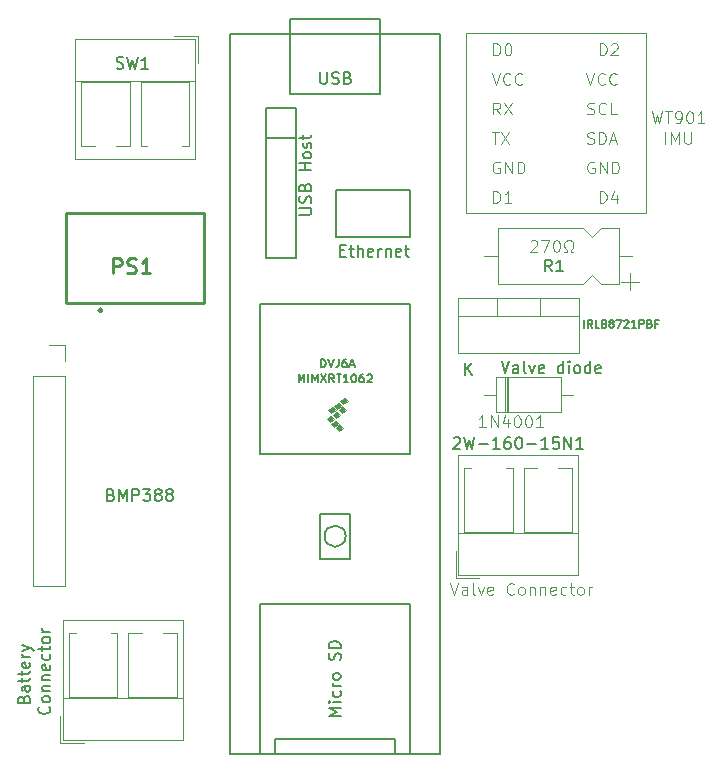
<source format=gbr>
%TF.GenerationSoftware,KiCad,Pcbnew,8.0.0*%
%TF.CreationDate,2024-12-02T23:00:26-05:00*%
%TF.ProjectId,ACS,4143532e-6b69-4636-9164-5f7063625858,rev?*%
%TF.SameCoordinates,Original*%
%TF.FileFunction,Legend,Top*%
%TF.FilePolarity,Positive*%
%FSLAX46Y46*%
G04 Gerber Fmt 4.6, Leading zero omitted, Abs format (unit mm)*
G04 Created by KiCad (PCBNEW 8.0.0) date 2024-12-02 23:00:26*
%MOMM*%
%LPD*%
G01*
G04 APERTURE LIST*
%ADD10C,0.150000*%
%ADD11C,0.100000*%
%ADD12C,0.254000*%
%ADD13C,0.120000*%
G04 APERTURE END LIST*
D10*
X111864580Y-92011792D02*
X111912200Y-92059411D01*
X111912200Y-92059411D02*
X111959819Y-92202268D01*
X111959819Y-92202268D02*
X111959819Y-92297506D01*
X111959819Y-92297506D02*
X111912200Y-92440363D01*
X111912200Y-92440363D02*
X111816961Y-92535601D01*
X111816961Y-92535601D02*
X111721723Y-92583220D01*
X111721723Y-92583220D02*
X111531247Y-92630839D01*
X111531247Y-92630839D02*
X111388390Y-92630839D01*
X111388390Y-92630839D02*
X111197914Y-92583220D01*
X111197914Y-92583220D02*
X111102676Y-92535601D01*
X111102676Y-92535601D02*
X111007438Y-92440363D01*
X111007438Y-92440363D02*
X110959819Y-92297506D01*
X110959819Y-92297506D02*
X110959819Y-92202268D01*
X110959819Y-92202268D02*
X111007438Y-92059411D01*
X111007438Y-92059411D02*
X111055057Y-92011792D01*
X111959819Y-91440363D02*
X111912200Y-91535601D01*
X111912200Y-91535601D02*
X111864580Y-91583220D01*
X111864580Y-91583220D02*
X111769342Y-91630839D01*
X111769342Y-91630839D02*
X111483628Y-91630839D01*
X111483628Y-91630839D02*
X111388390Y-91583220D01*
X111388390Y-91583220D02*
X111340771Y-91535601D01*
X111340771Y-91535601D02*
X111293152Y-91440363D01*
X111293152Y-91440363D02*
X111293152Y-91297506D01*
X111293152Y-91297506D02*
X111340771Y-91202268D01*
X111340771Y-91202268D02*
X111388390Y-91154649D01*
X111388390Y-91154649D02*
X111483628Y-91107030D01*
X111483628Y-91107030D02*
X111769342Y-91107030D01*
X111769342Y-91107030D02*
X111864580Y-91154649D01*
X111864580Y-91154649D02*
X111912200Y-91202268D01*
X111912200Y-91202268D02*
X111959819Y-91297506D01*
X111959819Y-91297506D02*
X111959819Y-91440363D01*
X111293152Y-90678458D02*
X111959819Y-90678458D01*
X111388390Y-90678458D02*
X111340771Y-90630839D01*
X111340771Y-90630839D02*
X111293152Y-90535601D01*
X111293152Y-90535601D02*
X111293152Y-90392744D01*
X111293152Y-90392744D02*
X111340771Y-90297506D01*
X111340771Y-90297506D02*
X111436009Y-90249887D01*
X111436009Y-90249887D02*
X111959819Y-90249887D01*
X111293152Y-89773696D02*
X111959819Y-89773696D01*
X111388390Y-89773696D02*
X111340771Y-89726077D01*
X111340771Y-89726077D02*
X111293152Y-89630839D01*
X111293152Y-89630839D02*
X111293152Y-89487982D01*
X111293152Y-89487982D02*
X111340771Y-89392744D01*
X111340771Y-89392744D02*
X111436009Y-89345125D01*
X111436009Y-89345125D02*
X111959819Y-89345125D01*
X111912200Y-88487982D02*
X111959819Y-88583220D01*
X111959819Y-88583220D02*
X111959819Y-88773696D01*
X111959819Y-88773696D02*
X111912200Y-88868934D01*
X111912200Y-88868934D02*
X111816961Y-88916553D01*
X111816961Y-88916553D02*
X111436009Y-88916553D01*
X111436009Y-88916553D02*
X111340771Y-88868934D01*
X111340771Y-88868934D02*
X111293152Y-88773696D01*
X111293152Y-88773696D02*
X111293152Y-88583220D01*
X111293152Y-88583220D02*
X111340771Y-88487982D01*
X111340771Y-88487982D02*
X111436009Y-88440363D01*
X111436009Y-88440363D02*
X111531247Y-88440363D01*
X111531247Y-88440363D02*
X111626485Y-88916553D01*
X111912200Y-87583220D02*
X111959819Y-87678458D01*
X111959819Y-87678458D02*
X111959819Y-87868934D01*
X111959819Y-87868934D02*
X111912200Y-87964172D01*
X111912200Y-87964172D02*
X111864580Y-88011791D01*
X111864580Y-88011791D02*
X111769342Y-88059410D01*
X111769342Y-88059410D02*
X111483628Y-88059410D01*
X111483628Y-88059410D02*
X111388390Y-88011791D01*
X111388390Y-88011791D02*
X111340771Y-87964172D01*
X111340771Y-87964172D02*
X111293152Y-87868934D01*
X111293152Y-87868934D02*
X111293152Y-87678458D01*
X111293152Y-87678458D02*
X111340771Y-87583220D01*
X111293152Y-87297505D02*
X111293152Y-86916553D01*
X110959819Y-87154648D02*
X111816961Y-87154648D01*
X111816961Y-87154648D02*
X111912200Y-87107029D01*
X111912200Y-87107029D02*
X111959819Y-87011791D01*
X111959819Y-87011791D02*
X111959819Y-86916553D01*
X111959819Y-86440362D02*
X111912200Y-86535600D01*
X111912200Y-86535600D02*
X111864580Y-86583219D01*
X111864580Y-86583219D02*
X111769342Y-86630838D01*
X111769342Y-86630838D02*
X111483628Y-86630838D01*
X111483628Y-86630838D02*
X111388390Y-86583219D01*
X111388390Y-86583219D02*
X111340771Y-86535600D01*
X111340771Y-86535600D02*
X111293152Y-86440362D01*
X111293152Y-86440362D02*
X111293152Y-86297505D01*
X111293152Y-86297505D02*
X111340771Y-86202267D01*
X111340771Y-86202267D02*
X111388390Y-86154648D01*
X111388390Y-86154648D02*
X111483628Y-86107029D01*
X111483628Y-86107029D02*
X111769342Y-86107029D01*
X111769342Y-86107029D02*
X111864580Y-86154648D01*
X111864580Y-86154648D02*
X111912200Y-86202267D01*
X111912200Y-86202267D02*
X111959819Y-86297505D01*
X111959819Y-86297505D02*
X111959819Y-86440362D01*
X111959819Y-85678457D02*
X111293152Y-85678457D01*
X111483628Y-85678457D02*
X111388390Y-85630838D01*
X111388390Y-85630838D02*
X111340771Y-85583219D01*
X111340771Y-85583219D02*
X111293152Y-85487981D01*
X111293152Y-85487981D02*
X111293152Y-85392743D01*
D11*
X145841027Y-81542419D02*
X146174360Y-82542419D01*
X146174360Y-82542419D02*
X146507693Y-81542419D01*
X147269598Y-82542419D02*
X147269598Y-82018609D01*
X147269598Y-82018609D02*
X147221979Y-81923371D01*
X147221979Y-81923371D02*
X147126741Y-81875752D01*
X147126741Y-81875752D02*
X146936265Y-81875752D01*
X146936265Y-81875752D02*
X146841027Y-81923371D01*
X147269598Y-82494800D02*
X147174360Y-82542419D01*
X147174360Y-82542419D02*
X146936265Y-82542419D01*
X146936265Y-82542419D02*
X146841027Y-82494800D01*
X146841027Y-82494800D02*
X146793408Y-82399561D01*
X146793408Y-82399561D02*
X146793408Y-82304323D01*
X146793408Y-82304323D02*
X146841027Y-82209085D01*
X146841027Y-82209085D02*
X146936265Y-82161466D01*
X146936265Y-82161466D02*
X147174360Y-82161466D01*
X147174360Y-82161466D02*
X147269598Y-82113847D01*
X147888646Y-82542419D02*
X147793408Y-82494800D01*
X147793408Y-82494800D02*
X147745789Y-82399561D01*
X147745789Y-82399561D02*
X147745789Y-81542419D01*
X148174361Y-81875752D02*
X148412456Y-82542419D01*
X148412456Y-82542419D02*
X148650551Y-81875752D01*
X149412456Y-82494800D02*
X149317218Y-82542419D01*
X149317218Y-82542419D02*
X149126742Y-82542419D01*
X149126742Y-82542419D02*
X149031504Y-82494800D01*
X149031504Y-82494800D02*
X148983885Y-82399561D01*
X148983885Y-82399561D02*
X148983885Y-82018609D01*
X148983885Y-82018609D02*
X149031504Y-81923371D01*
X149031504Y-81923371D02*
X149126742Y-81875752D01*
X149126742Y-81875752D02*
X149317218Y-81875752D01*
X149317218Y-81875752D02*
X149412456Y-81923371D01*
X149412456Y-81923371D02*
X149460075Y-82018609D01*
X149460075Y-82018609D02*
X149460075Y-82113847D01*
X149460075Y-82113847D02*
X148983885Y-82209085D01*
X151221980Y-82447180D02*
X151174361Y-82494800D01*
X151174361Y-82494800D02*
X151031504Y-82542419D01*
X151031504Y-82542419D02*
X150936266Y-82542419D01*
X150936266Y-82542419D02*
X150793409Y-82494800D01*
X150793409Y-82494800D02*
X150698171Y-82399561D01*
X150698171Y-82399561D02*
X150650552Y-82304323D01*
X150650552Y-82304323D02*
X150602933Y-82113847D01*
X150602933Y-82113847D02*
X150602933Y-81970990D01*
X150602933Y-81970990D02*
X150650552Y-81780514D01*
X150650552Y-81780514D02*
X150698171Y-81685276D01*
X150698171Y-81685276D02*
X150793409Y-81590038D01*
X150793409Y-81590038D02*
X150936266Y-81542419D01*
X150936266Y-81542419D02*
X151031504Y-81542419D01*
X151031504Y-81542419D02*
X151174361Y-81590038D01*
X151174361Y-81590038D02*
X151221980Y-81637657D01*
X151793409Y-82542419D02*
X151698171Y-82494800D01*
X151698171Y-82494800D02*
X151650552Y-82447180D01*
X151650552Y-82447180D02*
X151602933Y-82351942D01*
X151602933Y-82351942D02*
X151602933Y-82066228D01*
X151602933Y-82066228D02*
X151650552Y-81970990D01*
X151650552Y-81970990D02*
X151698171Y-81923371D01*
X151698171Y-81923371D02*
X151793409Y-81875752D01*
X151793409Y-81875752D02*
X151936266Y-81875752D01*
X151936266Y-81875752D02*
X152031504Y-81923371D01*
X152031504Y-81923371D02*
X152079123Y-81970990D01*
X152079123Y-81970990D02*
X152126742Y-82066228D01*
X152126742Y-82066228D02*
X152126742Y-82351942D01*
X152126742Y-82351942D02*
X152079123Y-82447180D01*
X152079123Y-82447180D02*
X152031504Y-82494800D01*
X152031504Y-82494800D02*
X151936266Y-82542419D01*
X151936266Y-82542419D02*
X151793409Y-82542419D01*
X152555314Y-81875752D02*
X152555314Y-82542419D01*
X152555314Y-81970990D02*
X152602933Y-81923371D01*
X152602933Y-81923371D02*
X152698171Y-81875752D01*
X152698171Y-81875752D02*
X152841028Y-81875752D01*
X152841028Y-81875752D02*
X152936266Y-81923371D01*
X152936266Y-81923371D02*
X152983885Y-82018609D01*
X152983885Y-82018609D02*
X152983885Y-82542419D01*
X153460076Y-81875752D02*
X153460076Y-82542419D01*
X153460076Y-81970990D02*
X153507695Y-81923371D01*
X153507695Y-81923371D02*
X153602933Y-81875752D01*
X153602933Y-81875752D02*
X153745790Y-81875752D01*
X153745790Y-81875752D02*
X153841028Y-81923371D01*
X153841028Y-81923371D02*
X153888647Y-82018609D01*
X153888647Y-82018609D02*
X153888647Y-82542419D01*
X154745790Y-82494800D02*
X154650552Y-82542419D01*
X154650552Y-82542419D02*
X154460076Y-82542419D01*
X154460076Y-82542419D02*
X154364838Y-82494800D01*
X154364838Y-82494800D02*
X154317219Y-82399561D01*
X154317219Y-82399561D02*
X154317219Y-82018609D01*
X154317219Y-82018609D02*
X154364838Y-81923371D01*
X154364838Y-81923371D02*
X154460076Y-81875752D01*
X154460076Y-81875752D02*
X154650552Y-81875752D01*
X154650552Y-81875752D02*
X154745790Y-81923371D01*
X154745790Y-81923371D02*
X154793409Y-82018609D01*
X154793409Y-82018609D02*
X154793409Y-82113847D01*
X154793409Y-82113847D02*
X154317219Y-82209085D01*
X155650552Y-82494800D02*
X155555314Y-82542419D01*
X155555314Y-82542419D02*
X155364838Y-82542419D01*
X155364838Y-82542419D02*
X155269600Y-82494800D01*
X155269600Y-82494800D02*
X155221981Y-82447180D01*
X155221981Y-82447180D02*
X155174362Y-82351942D01*
X155174362Y-82351942D02*
X155174362Y-82066228D01*
X155174362Y-82066228D02*
X155221981Y-81970990D01*
X155221981Y-81970990D02*
X155269600Y-81923371D01*
X155269600Y-81923371D02*
X155364838Y-81875752D01*
X155364838Y-81875752D02*
X155555314Y-81875752D01*
X155555314Y-81875752D02*
X155650552Y-81923371D01*
X155936267Y-81875752D02*
X156317219Y-81875752D01*
X156079124Y-81542419D02*
X156079124Y-82399561D01*
X156079124Y-82399561D02*
X156126743Y-82494800D01*
X156126743Y-82494800D02*
X156221981Y-82542419D01*
X156221981Y-82542419D02*
X156317219Y-82542419D01*
X156793410Y-82542419D02*
X156698172Y-82494800D01*
X156698172Y-82494800D02*
X156650553Y-82447180D01*
X156650553Y-82447180D02*
X156602934Y-82351942D01*
X156602934Y-82351942D02*
X156602934Y-82066228D01*
X156602934Y-82066228D02*
X156650553Y-81970990D01*
X156650553Y-81970990D02*
X156698172Y-81923371D01*
X156698172Y-81923371D02*
X156793410Y-81875752D01*
X156793410Y-81875752D02*
X156936267Y-81875752D01*
X156936267Y-81875752D02*
X157031505Y-81923371D01*
X157031505Y-81923371D02*
X157079124Y-81970990D01*
X157079124Y-81970990D02*
X157126743Y-82066228D01*
X157126743Y-82066228D02*
X157126743Y-82351942D01*
X157126743Y-82351942D02*
X157079124Y-82447180D01*
X157079124Y-82447180D02*
X157031505Y-82494800D01*
X157031505Y-82494800D02*
X156936267Y-82542419D01*
X156936267Y-82542419D02*
X156793410Y-82542419D01*
X157555315Y-82542419D02*
X157555315Y-81875752D01*
X157555315Y-82066228D02*
X157602934Y-81970990D01*
X157602934Y-81970990D02*
X157650553Y-81923371D01*
X157650553Y-81923371D02*
X157745791Y-81875752D01*
X157745791Y-81875752D02*
X157841029Y-81875752D01*
X148837693Y-68352419D02*
X148266265Y-68352419D01*
X148551979Y-68352419D02*
X148551979Y-67352419D01*
X148551979Y-67352419D02*
X148456741Y-67495276D01*
X148456741Y-67495276D02*
X148361503Y-67590514D01*
X148361503Y-67590514D02*
X148266265Y-67638133D01*
X149266265Y-68352419D02*
X149266265Y-67352419D01*
X149266265Y-67352419D02*
X149837693Y-68352419D01*
X149837693Y-68352419D02*
X149837693Y-67352419D01*
X150742455Y-67685752D02*
X150742455Y-68352419D01*
X150504360Y-67304800D02*
X150266265Y-68019085D01*
X150266265Y-68019085D02*
X150885312Y-68019085D01*
X151456741Y-67352419D02*
X151551979Y-67352419D01*
X151551979Y-67352419D02*
X151647217Y-67400038D01*
X151647217Y-67400038D02*
X151694836Y-67447657D01*
X151694836Y-67447657D02*
X151742455Y-67542895D01*
X151742455Y-67542895D02*
X151790074Y-67733371D01*
X151790074Y-67733371D02*
X151790074Y-67971466D01*
X151790074Y-67971466D02*
X151742455Y-68161942D01*
X151742455Y-68161942D02*
X151694836Y-68257180D01*
X151694836Y-68257180D02*
X151647217Y-68304800D01*
X151647217Y-68304800D02*
X151551979Y-68352419D01*
X151551979Y-68352419D02*
X151456741Y-68352419D01*
X151456741Y-68352419D02*
X151361503Y-68304800D01*
X151361503Y-68304800D02*
X151313884Y-68257180D01*
X151313884Y-68257180D02*
X151266265Y-68161942D01*
X151266265Y-68161942D02*
X151218646Y-67971466D01*
X151218646Y-67971466D02*
X151218646Y-67733371D01*
X151218646Y-67733371D02*
X151266265Y-67542895D01*
X151266265Y-67542895D02*
X151313884Y-67447657D01*
X151313884Y-67447657D02*
X151361503Y-67400038D01*
X151361503Y-67400038D02*
X151456741Y-67352419D01*
X152409122Y-67352419D02*
X152504360Y-67352419D01*
X152504360Y-67352419D02*
X152599598Y-67400038D01*
X152599598Y-67400038D02*
X152647217Y-67447657D01*
X152647217Y-67447657D02*
X152694836Y-67542895D01*
X152694836Y-67542895D02*
X152742455Y-67733371D01*
X152742455Y-67733371D02*
X152742455Y-67971466D01*
X152742455Y-67971466D02*
X152694836Y-68161942D01*
X152694836Y-68161942D02*
X152647217Y-68257180D01*
X152647217Y-68257180D02*
X152599598Y-68304800D01*
X152599598Y-68304800D02*
X152504360Y-68352419D01*
X152504360Y-68352419D02*
X152409122Y-68352419D01*
X152409122Y-68352419D02*
X152313884Y-68304800D01*
X152313884Y-68304800D02*
X152266265Y-68257180D01*
X152266265Y-68257180D02*
X152218646Y-68161942D01*
X152218646Y-68161942D02*
X152171027Y-67971466D01*
X152171027Y-67971466D02*
X152171027Y-67733371D01*
X152171027Y-67733371D02*
X152218646Y-67542895D01*
X152218646Y-67542895D02*
X152266265Y-67447657D01*
X152266265Y-67447657D02*
X152313884Y-67400038D01*
X152313884Y-67400038D02*
X152409122Y-67352419D01*
X153694836Y-68352419D02*
X153123408Y-68352419D01*
X153409122Y-68352419D02*
X153409122Y-67352419D01*
X153409122Y-67352419D02*
X153313884Y-67495276D01*
X153313884Y-67495276D02*
X153218646Y-67590514D01*
X153218646Y-67590514D02*
X153123408Y-67638133D01*
X152646265Y-52596657D02*
X152693884Y-52549038D01*
X152693884Y-52549038D02*
X152789122Y-52501419D01*
X152789122Y-52501419D02*
X153027217Y-52501419D01*
X153027217Y-52501419D02*
X153122455Y-52549038D01*
X153122455Y-52549038D02*
X153170074Y-52596657D01*
X153170074Y-52596657D02*
X153217693Y-52691895D01*
X153217693Y-52691895D02*
X153217693Y-52787133D01*
X153217693Y-52787133D02*
X153170074Y-52929990D01*
X153170074Y-52929990D02*
X152598646Y-53501419D01*
X152598646Y-53501419D02*
X153217693Y-53501419D01*
X153551027Y-52501419D02*
X154217693Y-52501419D01*
X154217693Y-52501419D02*
X153789122Y-53501419D01*
X154789122Y-52501419D02*
X154884360Y-52501419D01*
X154884360Y-52501419D02*
X154979598Y-52549038D01*
X154979598Y-52549038D02*
X155027217Y-52596657D01*
X155027217Y-52596657D02*
X155074836Y-52691895D01*
X155074836Y-52691895D02*
X155122455Y-52882371D01*
X155122455Y-52882371D02*
X155122455Y-53120466D01*
X155122455Y-53120466D02*
X155074836Y-53310942D01*
X155074836Y-53310942D02*
X155027217Y-53406180D01*
X155027217Y-53406180D02*
X154979598Y-53453800D01*
X154979598Y-53453800D02*
X154884360Y-53501419D01*
X154884360Y-53501419D02*
X154789122Y-53501419D01*
X154789122Y-53501419D02*
X154693884Y-53453800D01*
X154693884Y-53453800D02*
X154646265Y-53406180D01*
X154646265Y-53406180D02*
X154598646Y-53310942D01*
X154598646Y-53310942D02*
X154551027Y-53120466D01*
X154551027Y-53120466D02*
X154551027Y-52882371D01*
X154551027Y-52882371D02*
X154598646Y-52691895D01*
X154598646Y-52691895D02*
X154646265Y-52596657D01*
X154646265Y-52596657D02*
X154693884Y-52549038D01*
X154693884Y-52549038D02*
X154789122Y-52501419D01*
X155503408Y-53501419D02*
X155741503Y-53501419D01*
X155741503Y-53501419D02*
X155741503Y-53310942D01*
X155741503Y-53310942D02*
X155646265Y-53263323D01*
X155646265Y-53263323D02*
X155551027Y-53168085D01*
X155551027Y-53168085D02*
X155503408Y-53025228D01*
X155503408Y-53025228D02*
X155503408Y-52787133D01*
X155503408Y-52787133D02*
X155551027Y-52644276D01*
X155551027Y-52644276D02*
X155646265Y-52549038D01*
X155646265Y-52549038D02*
X155789122Y-52501419D01*
X155789122Y-52501419D02*
X155979598Y-52501419D01*
X155979598Y-52501419D02*
X156122455Y-52549038D01*
X156122455Y-52549038D02*
X156217693Y-52644276D01*
X156217693Y-52644276D02*
X156265312Y-52787133D01*
X156265312Y-52787133D02*
X156265312Y-53025228D01*
X156265312Y-53025228D02*
X156217693Y-53168085D01*
X156217693Y-53168085D02*
X156122455Y-53263323D01*
X156122455Y-53263323D02*
X156027217Y-53310942D01*
X156027217Y-53310942D02*
X156027217Y-53501419D01*
X156027217Y-53501419D02*
X156265312Y-53501419D01*
X164043884Y-44372419D02*
X164043884Y-43372419D01*
X164520074Y-44372419D02*
X164520074Y-43372419D01*
X164520074Y-43372419D02*
X164853407Y-44086704D01*
X164853407Y-44086704D02*
X165186740Y-43372419D01*
X165186740Y-43372419D02*
X165186740Y-44372419D01*
X165662931Y-43372419D02*
X165662931Y-44181942D01*
X165662931Y-44181942D02*
X165710550Y-44277180D01*
X165710550Y-44277180D02*
X165758169Y-44324800D01*
X165758169Y-44324800D02*
X165853407Y-44372419D01*
X165853407Y-44372419D02*
X166043883Y-44372419D01*
X166043883Y-44372419D02*
X166139121Y-44324800D01*
X166139121Y-44324800D02*
X166186740Y-44277180D01*
X166186740Y-44277180D02*
X166234359Y-44181942D01*
X166234359Y-44181942D02*
X166234359Y-43372419D01*
X162921905Y-41607419D02*
X163160000Y-42607419D01*
X163160000Y-42607419D02*
X163350476Y-41893133D01*
X163350476Y-41893133D02*
X163540952Y-42607419D01*
X163540952Y-42607419D02*
X163779048Y-41607419D01*
X164017143Y-41607419D02*
X164588571Y-41607419D01*
X164302857Y-42607419D02*
X164302857Y-41607419D01*
X164969524Y-42607419D02*
X165160000Y-42607419D01*
X165160000Y-42607419D02*
X165255238Y-42559800D01*
X165255238Y-42559800D02*
X165302857Y-42512180D01*
X165302857Y-42512180D02*
X165398095Y-42369323D01*
X165398095Y-42369323D02*
X165445714Y-42178847D01*
X165445714Y-42178847D02*
X165445714Y-41797895D01*
X165445714Y-41797895D02*
X165398095Y-41702657D01*
X165398095Y-41702657D02*
X165350476Y-41655038D01*
X165350476Y-41655038D02*
X165255238Y-41607419D01*
X165255238Y-41607419D02*
X165064762Y-41607419D01*
X165064762Y-41607419D02*
X164969524Y-41655038D01*
X164969524Y-41655038D02*
X164921905Y-41702657D01*
X164921905Y-41702657D02*
X164874286Y-41797895D01*
X164874286Y-41797895D02*
X164874286Y-42035990D01*
X164874286Y-42035990D02*
X164921905Y-42131228D01*
X164921905Y-42131228D02*
X164969524Y-42178847D01*
X164969524Y-42178847D02*
X165064762Y-42226466D01*
X165064762Y-42226466D02*
X165255238Y-42226466D01*
X165255238Y-42226466D02*
X165350476Y-42178847D01*
X165350476Y-42178847D02*
X165398095Y-42131228D01*
X165398095Y-42131228D02*
X165445714Y-42035990D01*
X166064762Y-41607419D02*
X166160000Y-41607419D01*
X166160000Y-41607419D02*
X166255238Y-41655038D01*
X166255238Y-41655038D02*
X166302857Y-41702657D01*
X166302857Y-41702657D02*
X166350476Y-41797895D01*
X166350476Y-41797895D02*
X166398095Y-41988371D01*
X166398095Y-41988371D02*
X166398095Y-42226466D01*
X166398095Y-42226466D02*
X166350476Y-42416942D01*
X166350476Y-42416942D02*
X166302857Y-42512180D01*
X166302857Y-42512180D02*
X166255238Y-42559800D01*
X166255238Y-42559800D02*
X166160000Y-42607419D01*
X166160000Y-42607419D02*
X166064762Y-42607419D01*
X166064762Y-42607419D02*
X165969524Y-42559800D01*
X165969524Y-42559800D02*
X165921905Y-42512180D01*
X165921905Y-42512180D02*
X165874286Y-42416942D01*
X165874286Y-42416942D02*
X165826667Y-42226466D01*
X165826667Y-42226466D02*
X165826667Y-41988371D01*
X165826667Y-41988371D02*
X165874286Y-41797895D01*
X165874286Y-41797895D02*
X165921905Y-41702657D01*
X165921905Y-41702657D02*
X165969524Y-41655038D01*
X165969524Y-41655038D02*
X166064762Y-41607419D01*
X167350476Y-42607419D02*
X166779048Y-42607419D01*
X167064762Y-42607419D02*
X167064762Y-41607419D01*
X167064762Y-41607419D02*
X166969524Y-41750276D01*
X166969524Y-41750276D02*
X166874286Y-41845514D01*
X166874286Y-41845514D02*
X166779048Y-41893133D01*
X157446265Y-41814800D02*
X157589122Y-41862419D01*
X157589122Y-41862419D02*
X157827217Y-41862419D01*
X157827217Y-41862419D02*
X157922455Y-41814800D01*
X157922455Y-41814800D02*
X157970074Y-41767180D01*
X157970074Y-41767180D02*
X158017693Y-41671942D01*
X158017693Y-41671942D02*
X158017693Y-41576704D01*
X158017693Y-41576704D02*
X157970074Y-41481466D01*
X157970074Y-41481466D02*
X157922455Y-41433847D01*
X157922455Y-41433847D02*
X157827217Y-41386228D01*
X157827217Y-41386228D02*
X157636741Y-41338609D01*
X157636741Y-41338609D02*
X157541503Y-41290990D01*
X157541503Y-41290990D02*
X157493884Y-41243371D01*
X157493884Y-41243371D02*
X157446265Y-41148133D01*
X157446265Y-41148133D02*
X157446265Y-41052895D01*
X157446265Y-41052895D02*
X157493884Y-40957657D01*
X157493884Y-40957657D02*
X157541503Y-40910038D01*
X157541503Y-40910038D02*
X157636741Y-40862419D01*
X157636741Y-40862419D02*
X157874836Y-40862419D01*
X157874836Y-40862419D02*
X158017693Y-40910038D01*
X159017693Y-41767180D02*
X158970074Y-41814800D01*
X158970074Y-41814800D02*
X158827217Y-41862419D01*
X158827217Y-41862419D02*
X158731979Y-41862419D01*
X158731979Y-41862419D02*
X158589122Y-41814800D01*
X158589122Y-41814800D02*
X158493884Y-41719561D01*
X158493884Y-41719561D02*
X158446265Y-41624323D01*
X158446265Y-41624323D02*
X158398646Y-41433847D01*
X158398646Y-41433847D02*
X158398646Y-41290990D01*
X158398646Y-41290990D02*
X158446265Y-41100514D01*
X158446265Y-41100514D02*
X158493884Y-41005276D01*
X158493884Y-41005276D02*
X158589122Y-40910038D01*
X158589122Y-40910038D02*
X158731979Y-40862419D01*
X158731979Y-40862419D02*
X158827217Y-40862419D01*
X158827217Y-40862419D02*
X158970074Y-40910038D01*
X158970074Y-40910038D02*
X159017693Y-40957657D01*
X159922455Y-41862419D02*
X159446265Y-41862419D01*
X159446265Y-41862419D02*
X159446265Y-40862419D01*
X149351027Y-43362419D02*
X149922455Y-43362419D01*
X149636741Y-44362419D02*
X149636741Y-43362419D01*
X150160551Y-43362419D02*
X150827217Y-44362419D01*
X150827217Y-43362419D02*
X150160551Y-44362419D01*
X157446265Y-44314800D02*
X157589122Y-44362419D01*
X157589122Y-44362419D02*
X157827217Y-44362419D01*
X157827217Y-44362419D02*
X157922455Y-44314800D01*
X157922455Y-44314800D02*
X157970074Y-44267180D01*
X157970074Y-44267180D02*
X158017693Y-44171942D01*
X158017693Y-44171942D02*
X158017693Y-44076704D01*
X158017693Y-44076704D02*
X157970074Y-43981466D01*
X157970074Y-43981466D02*
X157922455Y-43933847D01*
X157922455Y-43933847D02*
X157827217Y-43886228D01*
X157827217Y-43886228D02*
X157636741Y-43838609D01*
X157636741Y-43838609D02*
X157541503Y-43790990D01*
X157541503Y-43790990D02*
X157493884Y-43743371D01*
X157493884Y-43743371D02*
X157446265Y-43648133D01*
X157446265Y-43648133D02*
X157446265Y-43552895D01*
X157446265Y-43552895D02*
X157493884Y-43457657D01*
X157493884Y-43457657D02*
X157541503Y-43410038D01*
X157541503Y-43410038D02*
X157636741Y-43362419D01*
X157636741Y-43362419D02*
X157874836Y-43362419D01*
X157874836Y-43362419D02*
X158017693Y-43410038D01*
X158446265Y-44362419D02*
X158446265Y-43362419D01*
X158446265Y-43362419D02*
X158684360Y-43362419D01*
X158684360Y-43362419D02*
X158827217Y-43410038D01*
X158827217Y-43410038D02*
X158922455Y-43505276D01*
X158922455Y-43505276D02*
X158970074Y-43600514D01*
X158970074Y-43600514D02*
X159017693Y-43790990D01*
X159017693Y-43790990D02*
X159017693Y-43933847D01*
X159017693Y-43933847D02*
X158970074Y-44124323D01*
X158970074Y-44124323D02*
X158922455Y-44219561D01*
X158922455Y-44219561D02*
X158827217Y-44314800D01*
X158827217Y-44314800D02*
X158684360Y-44362419D01*
X158684360Y-44362419D02*
X158446265Y-44362419D01*
X159398646Y-44076704D02*
X159874836Y-44076704D01*
X159303408Y-44362419D02*
X159636741Y-43362419D01*
X159636741Y-43362419D02*
X159970074Y-44362419D01*
X150017693Y-45910038D02*
X149922455Y-45862419D01*
X149922455Y-45862419D02*
X149779598Y-45862419D01*
X149779598Y-45862419D02*
X149636741Y-45910038D01*
X149636741Y-45910038D02*
X149541503Y-46005276D01*
X149541503Y-46005276D02*
X149493884Y-46100514D01*
X149493884Y-46100514D02*
X149446265Y-46290990D01*
X149446265Y-46290990D02*
X149446265Y-46433847D01*
X149446265Y-46433847D02*
X149493884Y-46624323D01*
X149493884Y-46624323D02*
X149541503Y-46719561D01*
X149541503Y-46719561D02*
X149636741Y-46814800D01*
X149636741Y-46814800D02*
X149779598Y-46862419D01*
X149779598Y-46862419D02*
X149874836Y-46862419D01*
X149874836Y-46862419D02*
X150017693Y-46814800D01*
X150017693Y-46814800D02*
X150065312Y-46767180D01*
X150065312Y-46767180D02*
X150065312Y-46433847D01*
X150065312Y-46433847D02*
X149874836Y-46433847D01*
X150493884Y-46862419D02*
X150493884Y-45862419D01*
X150493884Y-45862419D02*
X151065312Y-46862419D01*
X151065312Y-46862419D02*
X151065312Y-45862419D01*
X151541503Y-46862419D02*
X151541503Y-45862419D01*
X151541503Y-45862419D02*
X151779598Y-45862419D01*
X151779598Y-45862419D02*
X151922455Y-45910038D01*
X151922455Y-45910038D02*
X152017693Y-46005276D01*
X152017693Y-46005276D02*
X152065312Y-46100514D01*
X152065312Y-46100514D02*
X152112931Y-46290990D01*
X152112931Y-46290990D02*
X152112931Y-46433847D01*
X152112931Y-46433847D02*
X152065312Y-46624323D01*
X152065312Y-46624323D02*
X152017693Y-46719561D01*
X152017693Y-46719561D02*
X151922455Y-46814800D01*
X151922455Y-46814800D02*
X151779598Y-46862419D01*
X151779598Y-46862419D02*
X151541503Y-46862419D01*
X158493884Y-36862419D02*
X158493884Y-35862419D01*
X158493884Y-35862419D02*
X158731979Y-35862419D01*
X158731979Y-35862419D02*
X158874836Y-35910038D01*
X158874836Y-35910038D02*
X158970074Y-36005276D01*
X158970074Y-36005276D02*
X159017693Y-36100514D01*
X159017693Y-36100514D02*
X159065312Y-36290990D01*
X159065312Y-36290990D02*
X159065312Y-36433847D01*
X159065312Y-36433847D02*
X159017693Y-36624323D01*
X159017693Y-36624323D02*
X158970074Y-36719561D01*
X158970074Y-36719561D02*
X158874836Y-36814800D01*
X158874836Y-36814800D02*
X158731979Y-36862419D01*
X158731979Y-36862419D02*
X158493884Y-36862419D01*
X159446265Y-35957657D02*
X159493884Y-35910038D01*
X159493884Y-35910038D02*
X159589122Y-35862419D01*
X159589122Y-35862419D02*
X159827217Y-35862419D01*
X159827217Y-35862419D02*
X159922455Y-35910038D01*
X159922455Y-35910038D02*
X159970074Y-35957657D01*
X159970074Y-35957657D02*
X160017693Y-36052895D01*
X160017693Y-36052895D02*
X160017693Y-36148133D01*
X160017693Y-36148133D02*
X159970074Y-36290990D01*
X159970074Y-36290990D02*
X159398646Y-36862419D01*
X159398646Y-36862419D02*
X160017693Y-36862419D01*
X149493884Y-49362419D02*
X149493884Y-48362419D01*
X149493884Y-48362419D02*
X149731979Y-48362419D01*
X149731979Y-48362419D02*
X149874836Y-48410038D01*
X149874836Y-48410038D02*
X149970074Y-48505276D01*
X149970074Y-48505276D02*
X150017693Y-48600514D01*
X150017693Y-48600514D02*
X150065312Y-48790990D01*
X150065312Y-48790990D02*
X150065312Y-48933847D01*
X150065312Y-48933847D02*
X150017693Y-49124323D01*
X150017693Y-49124323D02*
X149970074Y-49219561D01*
X149970074Y-49219561D02*
X149874836Y-49314800D01*
X149874836Y-49314800D02*
X149731979Y-49362419D01*
X149731979Y-49362419D02*
X149493884Y-49362419D01*
X151017693Y-49362419D02*
X150446265Y-49362419D01*
X150731979Y-49362419D02*
X150731979Y-48362419D01*
X150731979Y-48362419D02*
X150636741Y-48505276D01*
X150636741Y-48505276D02*
X150541503Y-48600514D01*
X150541503Y-48600514D02*
X150446265Y-48648133D01*
X150065312Y-41862419D02*
X149731979Y-41386228D01*
X149493884Y-41862419D02*
X149493884Y-40862419D01*
X149493884Y-40862419D02*
X149874836Y-40862419D01*
X149874836Y-40862419D02*
X149970074Y-40910038D01*
X149970074Y-40910038D02*
X150017693Y-40957657D01*
X150017693Y-40957657D02*
X150065312Y-41052895D01*
X150065312Y-41052895D02*
X150065312Y-41195752D01*
X150065312Y-41195752D02*
X150017693Y-41290990D01*
X150017693Y-41290990D02*
X149970074Y-41338609D01*
X149970074Y-41338609D02*
X149874836Y-41386228D01*
X149874836Y-41386228D02*
X149493884Y-41386228D01*
X150398646Y-40862419D02*
X151065312Y-41862419D01*
X151065312Y-40862419D02*
X150398646Y-41862419D01*
X158493884Y-49362419D02*
X158493884Y-48362419D01*
X158493884Y-48362419D02*
X158731979Y-48362419D01*
X158731979Y-48362419D02*
X158874836Y-48410038D01*
X158874836Y-48410038D02*
X158970074Y-48505276D01*
X158970074Y-48505276D02*
X159017693Y-48600514D01*
X159017693Y-48600514D02*
X159065312Y-48790990D01*
X159065312Y-48790990D02*
X159065312Y-48933847D01*
X159065312Y-48933847D02*
X159017693Y-49124323D01*
X159017693Y-49124323D02*
X158970074Y-49219561D01*
X158970074Y-49219561D02*
X158874836Y-49314800D01*
X158874836Y-49314800D02*
X158731979Y-49362419D01*
X158731979Y-49362419D02*
X158493884Y-49362419D01*
X159922455Y-48695752D02*
X159922455Y-49362419D01*
X159684360Y-48314800D02*
X159446265Y-49029085D01*
X159446265Y-49029085D02*
X160065312Y-49029085D01*
X157351027Y-38362419D02*
X157684360Y-39362419D01*
X157684360Y-39362419D02*
X158017693Y-38362419D01*
X158922455Y-39267180D02*
X158874836Y-39314800D01*
X158874836Y-39314800D02*
X158731979Y-39362419D01*
X158731979Y-39362419D02*
X158636741Y-39362419D01*
X158636741Y-39362419D02*
X158493884Y-39314800D01*
X158493884Y-39314800D02*
X158398646Y-39219561D01*
X158398646Y-39219561D02*
X158351027Y-39124323D01*
X158351027Y-39124323D02*
X158303408Y-38933847D01*
X158303408Y-38933847D02*
X158303408Y-38790990D01*
X158303408Y-38790990D02*
X158351027Y-38600514D01*
X158351027Y-38600514D02*
X158398646Y-38505276D01*
X158398646Y-38505276D02*
X158493884Y-38410038D01*
X158493884Y-38410038D02*
X158636741Y-38362419D01*
X158636741Y-38362419D02*
X158731979Y-38362419D01*
X158731979Y-38362419D02*
X158874836Y-38410038D01*
X158874836Y-38410038D02*
X158922455Y-38457657D01*
X159922455Y-39267180D02*
X159874836Y-39314800D01*
X159874836Y-39314800D02*
X159731979Y-39362419D01*
X159731979Y-39362419D02*
X159636741Y-39362419D01*
X159636741Y-39362419D02*
X159493884Y-39314800D01*
X159493884Y-39314800D02*
X159398646Y-39219561D01*
X159398646Y-39219561D02*
X159351027Y-39124323D01*
X159351027Y-39124323D02*
X159303408Y-38933847D01*
X159303408Y-38933847D02*
X159303408Y-38790990D01*
X159303408Y-38790990D02*
X159351027Y-38600514D01*
X159351027Y-38600514D02*
X159398646Y-38505276D01*
X159398646Y-38505276D02*
X159493884Y-38410038D01*
X159493884Y-38410038D02*
X159636741Y-38362419D01*
X159636741Y-38362419D02*
X159731979Y-38362419D01*
X159731979Y-38362419D02*
X159874836Y-38410038D01*
X159874836Y-38410038D02*
X159922455Y-38457657D01*
X149351027Y-38362419D02*
X149684360Y-39362419D01*
X149684360Y-39362419D02*
X150017693Y-38362419D01*
X150922455Y-39267180D02*
X150874836Y-39314800D01*
X150874836Y-39314800D02*
X150731979Y-39362419D01*
X150731979Y-39362419D02*
X150636741Y-39362419D01*
X150636741Y-39362419D02*
X150493884Y-39314800D01*
X150493884Y-39314800D02*
X150398646Y-39219561D01*
X150398646Y-39219561D02*
X150351027Y-39124323D01*
X150351027Y-39124323D02*
X150303408Y-38933847D01*
X150303408Y-38933847D02*
X150303408Y-38790990D01*
X150303408Y-38790990D02*
X150351027Y-38600514D01*
X150351027Y-38600514D02*
X150398646Y-38505276D01*
X150398646Y-38505276D02*
X150493884Y-38410038D01*
X150493884Y-38410038D02*
X150636741Y-38362419D01*
X150636741Y-38362419D02*
X150731979Y-38362419D01*
X150731979Y-38362419D02*
X150874836Y-38410038D01*
X150874836Y-38410038D02*
X150922455Y-38457657D01*
X151922455Y-39267180D02*
X151874836Y-39314800D01*
X151874836Y-39314800D02*
X151731979Y-39362419D01*
X151731979Y-39362419D02*
X151636741Y-39362419D01*
X151636741Y-39362419D02*
X151493884Y-39314800D01*
X151493884Y-39314800D02*
X151398646Y-39219561D01*
X151398646Y-39219561D02*
X151351027Y-39124323D01*
X151351027Y-39124323D02*
X151303408Y-38933847D01*
X151303408Y-38933847D02*
X151303408Y-38790990D01*
X151303408Y-38790990D02*
X151351027Y-38600514D01*
X151351027Y-38600514D02*
X151398646Y-38505276D01*
X151398646Y-38505276D02*
X151493884Y-38410038D01*
X151493884Y-38410038D02*
X151636741Y-38362419D01*
X151636741Y-38362419D02*
X151731979Y-38362419D01*
X151731979Y-38362419D02*
X151874836Y-38410038D01*
X151874836Y-38410038D02*
X151922455Y-38457657D01*
X158017693Y-45910038D02*
X157922455Y-45862419D01*
X157922455Y-45862419D02*
X157779598Y-45862419D01*
X157779598Y-45862419D02*
X157636741Y-45910038D01*
X157636741Y-45910038D02*
X157541503Y-46005276D01*
X157541503Y-46005276D02*
X157493884Y-46100514D01*
X157493884Y-46100514D02*
X157446265Y-46290990D01*
X157446265Y-46290990D02*
X157446265Y-46433847D01*
X157446265Y-46433847D02*
X157493884Y-46624323D01*
X157493884Y-46624323D02*
X157541503Y-46719561D01*
X157541503Y-46719561D02*
X157636741Y-46814800D01*
X157636741Y-46814800D02*
X157779598Y-46862419D01*
X157779598Y-46862419D02*
X157874836Y-46862419D01*
X157874836Y-46862419D02*
X158017693Y-46814800D01*
X158017693Y-46814800D02*
X158065312Y-46767180D01*
X158065312Y-46767180D02*
X158065312Y-46433847D01*
X158065312Y-46433847D02*
X157874836Y-46433847D01*
X158493884Y-46862419D02*
X158493884Y-45862419D01*
X158493884Y-45862419D02*
X159065312Y-46862419D01*
X159065312Y-46862419D02*
X159065312Y-45862419D01*
X159541503Y-46862419D02*
X159541503Y-45862419D01*
X159541503Y-45862419D02*
X159779598Y-45862419D01*
X159779598Y-45862419D02*
X159922455Y-45910038D01*
X159922455Y-45910038D02*
X160017693Y-46005276D01*
X160017693Y-46005276D02*
X160065312Y-46100514D01*
X160065312Y-46100514D02*
X160112931Y-46290990D01*
X160112931Y-46290990D02*
X160112931Y-46433847D01*
X160112931Y-46433847D02*
X160065312Y-46624323D01*
X160065312Y-46624323D02*
X160017693Y-46719561D01*
X160017693Y-46719561D02*
X159922455Y-46814800D01*
X159922455Y-46814800D02*
X159779598Y-46862419D01*
X159779598Y-46862419D02*
X159541503Y-46862419D01*
X149493884Y-36862419D02*
X149493884Y-35862419D01*
X149493884Y-35862419D02*
X149731979Y-35862419D01*
X149731979Y-35862419D02*
X149874836Y-35910038D01*
X149874836Y-35910038D02*
X149970074Y-36005276D01*
X149970074Y-36005276D02*
X150017693Y-36100514D01*
X150017693Y-36100514D02*
X150065312Y-36290990D01*
X150065312Y-36290990D02*
X150065312Y-36433847D01*
X150065312Y-36433847D02*
X150017693Y-36624323D01*
X150017693Y-36624323D02*
X149970074Y-36719561D01*
X149970074Y-36719561D02*
X149874836Y-36814800D01*
X149874836Y-36814800D02*
X149731979Y-36862419D01*
X149731979Y-36862419D02*
X149493884Y-36862419D01*
X150684360Y-35862419D02*
X150779598Y-35862419D01*
X150779598Y-35862419D02*
X150874836Y-35910038D01*
X150874836Y-35910038D02*
X150922455Y-35957657D01*
X150922455Y-35957657D02*
X150970074Y-36052895D01*
X150970074Y-36052895D02*
X151017693Y-36243371D01*
X151017693Y-36243371D02*
X151017693Y-36481466D01*
X151017693Y-36481466D02*
X150970074Y-36671942D01*
X150970074Y-36671942D02*
X150922455Y-36767180D01*
X150922455Y-36767180D02*
X150874836Y-36814800D01*
X150874836Y-36814800D02*
X150779598Y-36862419D01*
X150779598Y-36862419D02*
X150684360Y-36862419D01*
X150684360Y-36862419D02*
X150589122Y-36814800D01*
X150589122Y-36814800D02*
X150541503Y-36767180D01*
X150541503Y-36767180D02*
X150493884Y-36671942D01*
X150493884Y-36671942D02*
X150446265Y-36481466D01*
X150446265Y-36481466D02*
X150446265Y-36243371D01*
X150446265Y-36243371D02*
X150493884Y-36052895D01*
X150493884Y-36052895D02*
X150541503Y-35957657D01*
X150541503Y-35957657D02*
X150589122Y-35910038D01*
X150589122Y-35910038D02*
X150684360Y-35862419D01*
D10*
X117111428Y-74081009D02*
X117254285Y-74128628D01*
X117254285Y-74128628D02*
X117301904Y-74176247D01*
X117301904Y-74176247D02*
X117349523Y-74271485D01*
X117349523Y-74271485D02*
X117349523Y-74414342D01*
X117349523Y-74414342D02*
X117301904Y-74509580D01*
X117301904Y-74509580D02*
X117254285Y-74557200D01*
X117254285Y-74557200D02*
X117159047Y-74604819D01*
X117159047Y-74604819D02*
X116778095Y-74604819D01*
X116778095Y-74604819D02*
X116778095Y-73604819D01*
X116778095Y-73604819D02*
X117111428Y-73604819D01*
X117111428Y-73604819D02*
X117206666Y-73652438D01*
X117206666Y-73652438D02*
X117254285Y-73700057D01*
X117254285Y-73700057D02*
X117301904Y-73795295D01*
X117301904Y-73795295D02*
X117301904Y-73890533D01*
X117301904Y-73890533D02*
X117254285Y-73985771D01*
X117254285Y-73985771D02*
X117206666Y-74033390D01*
X117206666Y-74033390D02*
X117111428Y-74081009D01*
X117111428Y-74081009D02*
X116778095Y-74081009D01*
X117778095Y-74604819D02*
X117778095Y-73604819D01*
X117778095Y-73604819D02*
X118111428Y-74319104D01*
X118111428Y-74319104D02*
X118444761Y-73604819D01*
X118444761Y-73604819D02*
X118444761Y-74604819D01*
X118920952Y-74604819D02*
X118920952Y-73604819D01*
X118920952Y-73604819D02*
X119301904Y-73604819D01*
X119301904Y-73604819D02*
X119397142Y-73652438D01*
X119397142Y-73652438D02*
X119444761Y-73700057D01*
X119444761Y-73700057D02*
X119492380Y-73795295D01*
X119492380Y-73795295D02*
X119492380Y-73938152D01*
X119492380Y-73938152D02*
X119444761Y-74033390D01*
X119444761Y-74033390D02*
X119397142Y-74081009D01*
X119397142Y-74081009D02*
X119301904Y-74128628D01*
X119301904Y-74128628D02*
X118920952Y-74128628D01*
X119825714Y-73604819D02*
X120444761Y-73604819D01*
X120444761Y-73604819D02*
X120111428Y-73985771D01*
X120111428Y-73985771D02*
X120254285Y-73985771D01*
X120254285Y-73985771D02*
X120349523Y-74033390D01*
X120349523Y-74033390D02*
X120397142Y-74081009D01*
X120397142Y-74081009D02*
X120444761Y-74176247D01*
X120444761Y-74176247D02*
X120444761Y-74414342D01*
X120444761Y-74414342D02*
X120397142Y-74509580D01*
X120397142Y-74509580D02*
X120349523Y-74557200D01*
X120349523Y-74557200D02*
X120254285Y-74604819D01*
X120254285Y-74604819D02*
X119968571Y-74604819D01*
X119968571Y-74604819D02*
X119873333Y-74557200D01*
X119873333Y-74557200D02*
X119825714Y-74509580D01*
X121016190Y-74033390D02*
X120920952Y-73985771D01*
X120920952Y-73985771D02*
X120873333Y-73938152D01*
X120873333Y-73938152D02*
X120825714Y-73842914D01*
X120825714Y-73842914D02*
X120825714Y-73795295D01*
X120825714Y-73795295D02*
X120873333Y-73700057D01*
X120873333Y-73700057D02*
X120920952Y-73652438D01*
X120920952Y-73652438D02*
X121016190Y-73604819D01*
X121016190Y-73604819D02*
X121206666Y-73604819D01*
X121206666Y-73604819D02*
X121301904Y-73652438D01*
X121301904Y-73652438D02*
X121349523Y-73700057D01*
X121349523Y-73700057D02*
X121397142Y-73795295D01*
X121397142Y-73795295D02*
X121397142Y-73842914D01*
X121397142Y-73842914D02*
X121349523Y-73938152D01*
X121349523Y-73938152D02*
X121301904Y-73985771D01*
X121301904Y-73985771D02*
X121206666Y-74033390D01*
X121206666Y-74033390D02*
X121016190Y-74033390D01*
X121016190Y-74033390D02*
X120920952Y-74081009D01*
X120920952Y-74081009D02*
X120873333Y-74128628D01*
X120873333Y-74128628D02*
X120825714Y-74223866D01*
X120825714Y-74223866D02*
X120825714Y-74414342D01*
X120825714Y-74414342D02*
X120873333Y-74509580D01*
X120873333Y-74509580D02*
X120920952Y-74557200D01*
X120920952Y-74557200D02*
X121016190Y-74604819D01*
X121016190Y-74604819D02*
X121206666Y-74604819D01*
X121206666Y-74604819D02*
X121301904Y-74557200D01*
X121301904Y-74557200D02*
X121349523Y-74509580D01*
X121349523Y-74509580D02*
X121397142Y-74414342D01*
X121397142Y-74414342D02*
X121397142Y-74223866D01*
X121397142Y-74223866D02*
X121349523Y-74128628D01*
X121349523Y-74128628D02*
X121301904Y-74081009D01*
X121301904Y-74081009D02*
X121206666Y-74033390D01*
X121968571Y-74033390D02*
X121873333Y-73985771D01*
X121873333Y-73985771D02*
X121825714Y-73938152D01*
X121825714Y-73938152D02*
X121778095Y-73842914D01*
X121778095Y-73842914D02*
X121778095Y-73795295D01*
X121778095Y-73795295D02*
X121825714Y-73700057D01*
X121825714Y-73700057D02*
X121873333Y-73652438D01*
X121873333Y-73652438D02*
X121968571Y-73604819D01*
X121968571Y-73604819D02*
X122159047Y-73604819D01*
X122159047Y-73604819D02*
X122254285Y-73652438D01*
X122254285Y-73652438D02*
X122301904Y-73700057D01*
X122301904Y-73700057D02*
X122349523Y-73795295D01*
X122349523Y-73795295D02*
X122349523Y-73842914D01*
X122349523Y-73842914D02*
X122301904Y-73938152D01*
X122301904Y-73938152D02*
X122254285Y-73985771D01*
X122254285Y-73985771D02*
X122159047Y-74033390D01*
X122159047Y-74033390D02*
X121968571Y-74033390D01*
X121968571Y-74033390D02*
X121873333Y-74081009D01*
X121873333Y-74081009D02*
X121825714Y-74128628D01*
X121825714Y-74128628D02*
X121778095Y-74223866D01*
X121778095Y-74223866D02*
X121778095Y-74414342D01*
X121778095Y-74414342D02*
X121825714Y-74509580D01*
X121825714Y-74509580D02*
X121873333Y-74557200D01*
X121873333Y-74557200D02*
X121968571Y-74604819D01*
X121968571Y-74604819D02*
X122159047Y-74604819D01*
X122159047Y-74604819D02*
X122254285Y-74557200D01*
X122254285Y-74557200D02*
X122301904Y-74509580D01*
X122301904Y-74509580D02*
X122349523Y-74414342D01*
X122349523Y-74414342D02*
X122349523Y-74223866D01*
X122349523Y-74223866D02*
X122301904Y-74128628D01*
X122301904Y-74128628D02*
X122254285Y-74081009D01*
X122254285Y-74081009D02*
X122159047Y-74033390D01*
X134886666Y-63291033D02*
X134886666Y-62591033D01*
X134886666Y-62591033D02*
X135053333Y-62591033D01*
X135053333Y-62591033D02*
X135153333Y-62624366D01*
X135153333Y-62624366D02*
X135220000Y-62691033D01*
X135220000Y-62691033D02*
X135253333Y-62757700D01*
X135253333Y-62757700D02*
X135286666Y-62891033D01*
X135286666Y-62891033D02*
X135286666Y-62991033D01*
X135286666Y-62991033D02*
X135253333Y-63124366D01*
X135253333Y-63124366D02*
X135220000Y-63191033D01*
X135220000Y-63191033D02*
X135153333Y-63257700D01*
X135153333Y-63257700D02*
X135053333Y-63291033D01*
X135053333Y-63291033D02*
X134886666Y-63291033D01*
X135486666Y-62591033D02*
X135720000Y-63291033D01*
X135720000Y-63291033D02*
X135953333Y-62591033D01*
X136386666Y-62591033D02*
X136386666Y-63091033D01*
X136386666Y-63091033D02*
X136353333Y-63191033D01*
X136353333Y-63191033D02*
X136286666Y-63257700D01*
X136286666Y-63257700D02*
X136186666Y-63291033D01*
X136186666Y-63291033D02*
X136120000Y-63291033D01*
X137019999Y-62591033D02*
X136886666Y-62591033D01*
X136886666Y-62591033D02*
X136819999Y-62624366D01*
X136819999Y-62624366D02*
X136786666Y-62657700D01*
X136786666Y-62657700D02*
X136719999Y-62757700D01*
X136719999Y-62757700D02*
X136686666Y-62891033D01*
X136686666Y-62891033D02*
X136686666Y-63157700D01*
X136686666Y-63157700D02*
X136719999Y-63224366D01*
X136719999Y-63224366D02*
X136753333Y-63257700D01*
X136753333Y-63257700D02*
X136819999Y-63291033D01*
X136819999Y-63291033D02*
X136953333Y-63291033D01*
X136953333Y-63291033D02*
X137019999Y-63257700D01*
X137019999Y-63257700D02*
X137053333Y-63224366D01*
X137053333Y-63224366D02*
X137086666Y-63157700D01*
X137086666Y-63157700D02*
X137086666Y-62991033D01*
X137086666Y-62991033D02*
X137053333Y-62924366D01*
X137053333Y-62924366D02*
X137019999Y-62891033D01*
X137019999Y-62891033D02*
X136953333Y-62857700D01*
X136953333Y-62857700D02*
X136819999Y-62857700D01*
X136819999Y-62857700D02*
X136753333Y-62891033D01*
X136753333Y-62891033D02*
X136719999Y-62924366D01*
X136719999Y-62924366D02*
X136686666Y-62991033D01*
X137353333Y-63091033D02*
X137686666Y-63091033D01*
X137286666Y-63291033D02*
X137520000Y-62591033D01*
X137520000Y-62591033D02*
X137753333Y-63291033D01*
X133006666Y-64561033D02*
X133006666Y-63861033D01*
X133006666Y-63861033D02*
X133240000Y-64361033D01*
X133240000Y-64361033D02*
X133473333Y-63861033D01*
X133473333Y-63861033D02*
X133473333Y-64561033D01*
X133806666Y-64561033D02*
X133806666Y-63861033D01*
X134139999Y-64561033D02*
X134139999Y-63861033D01*
X134139999Y-63861033D02*
X134373333Y-64361033D01*
X134373333Y-64361033D02*
X134606666Y-63861033D01*
X134606666Y-63861033D02*
X134606666Y-64561033D01*
X134873333Y-63861033D02*
X135339999Y-64561033D01*
X135339999Y-63861033D02*
X134873333Y-64561033D01*
X136006666Y-64561033D02*
X135773333Y-64227700D01*
X135606666Y-64561033D02*
X135606666Y-63861033D01*
X135606666Y-63861033D02*
X135873333Y-63861033D01*
X135873333Y-63861033D02*
X135940000Y-63894366D01*
X135940000Y-63894366D02*
X135973333Y-63927700D01*
X135973333Y-63927700D02*
X136006666Y-63994366D01*
X136006666Y-63994366D02*
X136006666Y-64094366D01*
X136006666Y-64094366D02*
X135973333Y-64161033D01*
X135973333Y-64161033D02*
X135940000Y-64194366D01*
X135940000Y-64194366D02*
X135873333Y-64227700D01*
X135873333Y-64227700D02*
X135606666Y-64227700D01*
X136206666Y-63861033D02*
X136606666Y-63861033D01*
X136406666Y-64561033D02*
X136406666Y-63861033D01*
X137206666Y-64561033D02*
X136806666Y-64561033D01*
X137006666Y-64561033D02*
X137006666Y-63861033D01*
X137006666Y-63861033D02*
X136939999Y-63961033D01*
X136939999Y-63961033D02*
X136873333Y-64027700D01*
X136873333Y-64027700D02*
X136806666Y-64061033D01*
X137640000Y-63861033D02*
X137706666Y-63861033D01*
X137706666Y-63861033D02*
X137773333Y-63894366D01*
X137773333Y-63894366D02*
X137806666Y-63927700D01*
X137806666Y-63927700D02*
X137840000Y-63994366D01*
X137840000Y-63994366D02*
X137873333Y-64127700D01*
X137873333Y-64127700D02*
X137873333Y-64294366D01*
X137873333Y-64294366D02*
X137840000Y-64427700D01*
X137840000Y-64427700D02*
X137806666Y-64494366D01*
X137806666Y-64494366D02*
X137773333Y-64527700D01*
X137773333Y-64527700D02*
X137706666Y-64561033D01*
X137706666Y-64561033D02*
X137640000Y-64561033D01*
X137640000Y-64561033D02*
X137573333Y-64527700D01*
X137573333Y-64527700D02*
X137540000Y-64494366D01*
X137540000Y-64494366D02*
X137506666Y-64427700D01*
X137506666Y-64427700D02*
X137473333Y-64294366D01*
X137473333Y-64294366D02*
X137473333Y-64127700D01*
X137473333Y-64127700D02*
X137506666Y-63994366D01*
X137506666Y-63994366D02*
X137540000Y-63927700D01*
X137540000Y-63927700D02*
X137573333Y-63894366D01*
X137573333Y-63894366D02*
X137640000Y-63861033D01*
X138473333Y-63861033D02*
X138340000Y-63861033D01*
X138340000Y-63861033D02*
X138273333Y-63894366D01*
X138273333Y-63894366D02*
X138240000Y-63927700D01*
X138240000Y-63927700D02*
X138173333Y-64027700D01*
X138173333Y-64027700D02*
X138140000Y-64161033D01*
X138140000Y-64161033D02*
X138140000Y-64427700D01*
X138140000Y-64427700D02*
X138173333Y-64494366D01*
X138173333Y-64494366D02*
X138206667Y-64527700D01*
X138206667Y-64527700D02*
X138273333Y-64561033D01*
X138273333Y-64561033D02*
X138406667Y-64561033D01*
X138406667Y-64561033D02*
X138473333Y-64527700D01*
X138473333Y-64527700D02*
X138506667Y-64494366D01*
X138506667Y-64494366D02*
X138540000Y-64427700D01*
X138540000Y-64427700D02*
X138540000Y-64261033D01*
X138540000Y-64261033D02*
X138506667Y-64194366D01*
X138506667Y-64194366D02*
X138473333Y-64161033D01*
X138473333Y-64161033D02*
X138406667Y-64127700D01*
X138406667Y-64127700D02*
X138273333Y-64127700D01*
X138273333Y-64127700D02*
X138206667Y-64161033D01*
X138206667Y-64161033D02*
X138173333Y-64194366D01*
X138173333Y-64194366D02*
X138140000Y-64261033D01*
X138806667Y-63927700D02*
X138840000Y-63894366D01*
X138840000Y-63894366D02*
X138906667Y-63861033D01*
X138906667Y-63861033D02*
X139073334Y-63861033D01*
X139073334Y-63861033D02*
X139140000Y-63894366D01*
X139140000Y-63894366D02*
X139173334Y-63927700D01*
X139173334Y-63927700D02*
X139206667Y-63994366D01*
X139206667Y-63994366D02*
X139206667Y-64061033D01*
X139206667Y-64061033D02*
X139173334Y-64161033D01*
X139173334Y-64161033D02*
X138773334Y-64561033D01*
X138773334Y-64561033D02*
X139206667Y-64561033D01*
X136544819Y-92764047D02*
X135544819Y-92764047D01*
X135544819Y-92764047D02*
X136259104Y-92430714D01*
X136259104Y-92430714D02*
X135544819Y-92097381D01*
X135544819Y-92097381D02*
X136544819Y-92097381D01*
X136544819Y-91621190D02*
X135878152Y-91621190D01*
X135544819Y-91621190D02*
X135592438Y-91668809D01*
X135592438Y-91668809D02*
X135640057Y-91621190D01*
X135640057Y-91621190D02*
X135592438Y-91573571D01*
X135592438Y-91573571D02*
X135544819Y-91621190D01*
X135544819Y-91621190D02*
X135640057Y-91621190D01*
X136497200Y-90716429D02*
X136544819Y-90811667D01*
X136544819Y-90811667D02*
X136544819Y-91002143D01*
X136544819Y-91002143D02*
X136497200Y-91097381D01*
X136497200Y-91097381D02*
X136449580Y-91145000D01*
X136449580Y-91145000D02*
X136354342Y-91192619D01*
X136354342Y-91192619D02*
X136068628Y-91192619D01*
X136068628Y-91192619D02*
X135973390Y-91145000D01*
X135973390Y-91145000D02*
X135925771Y-91097381D01*
X135925771Y-91097381D02*
X135878152Y-91002143D01*
X135878152Y-91002143D02*
X135878152Y-90811667D01*
X135878152Y-90811667D02*
X135925771Y-90716429D01*
X136544819Y-90287857D02*
X135878152Y-90287857D01*
X136068628Y-90287857D02*
X135973390Y-90240238D01*
X135973390Y-90240238D02*
X135925771Y-90192619D01*
X135925771Y-90192619D02*
X135878152Y-90097381D01*
X135878152Y-90097381D02*
X135878152Y-90002143D01*
X136544819Y-89525952D02*
X136497200Y-89621190D01*
X136497200Y-89621190D02*
X136449580Y-89668809D01*
X136449580Y-89668809D02*
X136354342Y-89716428D01*
X136354342Y-89716428D02*
X136068628Y-89716428D01*
X136068628Y-89716428D02*
X135973390Y-89668809D01*
X135973390Y-89668809D02*
X135925771Y-89621190D01*
X135925771Y-89621190D02*
X135878152Y-89525952D01*
X135878152Y-89525952D02*
X135878152Y-89383095D01*
X135878152Y-89383095D02*
X135925771Y-89287857D01*
X135925771Y-89287857D02*
X135973390Y-89240238D01*
X135973390Y-89240238D02*
X136068628Y-89192619D01*
X136068628Y-89192619D02*
X136354342Y-89192619D01*
X136354342Y-89192619D02*
X136449580Y-89240238D01*
X136449580Y-89240238D02*
X136497200Y-89287857D01*
X136497200Y-89287857D02*
X136544819Y-89383095D01*
X136544819Y-89383095D02*
X136544819Y-89525952D01*
X136497200Y-88049761D02*
X136544819Y-87906904D01*
X136544819Y-87906904D02*
X136544819Y-87668809D01*
X136544819Y-87668809D02*
X136497200Y-87573571D01*
X136497200Y-87573571D02*
X136449580Y-87525952D01*
X136449580Y-87525952D02*
X136354342Y-87478333D01*
X136354342Y-87478333D02*
X136259104Y-87478333D01*
X136259104Y-87478333D02*
X136163866Y-87525952D01*
X136163866Y-87525952D02*
X136116247Y-87573571D01*
X136116247Y-87573571D02*
X136068628Y-87668809D01*
X136068628Y-87668809D02*
X136021009Y-87859285D01*
X136021009Y-87859285D02*
X135973390Y-87954523D01*
X135973390Y-87954523D02*
X135925771Y-88002142D01*
X135925771Y-88002142D02*
X135830533Y-88049761D01*
X135830533Y-88049761D02*
X135735295Y-88049761D01*
X135735295Y-88049761D02*
X135640057Y-88002142D01*
X135640057Y-88002142D02*
X135592438Y-87954523D01*
X135592438Y-87954523D02*
X135544819Y-87859285D01*
X135544819Y-87859285D02*
X135544819Y-87621190D01*
X135544819Y-87621190D02*
X135592438Y-87478333D01*
X136544819Y-87049761D02*
X135544819Y-87049761D01*
X135544819Y-87049761D02*
X135544819Y-86811666D01*
X135544819Y-86811666D02*
X135592438Y-86668809D01*
X135592438Y-86668809D02*
X135687676Y-86573571D01*
X135687676Y-86573571D02*
X135782914Y-86525952D01*
X135782914Y-86525952D02*
X135973390Y-86478333D01*
X135973390Y-86478333D02*
X136116247Y-86478333D01*
X136116247Y-86478333D02*
X136306723Y-86525952D01*
X136306723Y-86525952D02*
X136401961Y-86573571D01*
X136401961Y-86573571D02*
X136497200Y-86668809D01*
X136497200Y-86668809D02*
X136544819Y-86811666D01*
X136544819Y-86811666D02*
X136544819Y-87049761D01*
X134828095Y-38299819D02*
X134828095Y-39109342D01*
X134828095Y-39109342D02*
X134875714Y-39204580D01*
X134875714Y-39204580D02*
X134923333Y-39252200D01*
X134923333Y-39252200D02*
X135018571Y-39299819D01*
X135018571Y-39299819D02*
X135209047Y-39299819D01*
X135209047Y-39299819D02*
X135304285Y-39252200D01*
X135304285Y-39252200D02*
X135351904Y-39204580D01*
X135351904Y-39204580D02*
X135399523Y-39109342D01*
X135399523Y-39109342D02*
X135399523Y-38299819D01*
X135828095Y-39252200D02*
X135970952Y-39299819D01*
X135970952Y-39299819D02*
X136209047Y-39299819D01*
X136209047Y-39299819D02*
X136304285Y-39252200D01*
X136304285Y-39252200D02*
X136351904Y-39204580D01*
X136351904Y-39204580D02*
X136399523Y-39109342D01*
X136399523Y-39109342D02*
X136399523Y-39014104D01*
X136399523Y-39014104D02*
X136351904Y-38918866D01*
X136351904Y-38918866D02*
X136304285Y-38871247D01*
X136304285Y-38871247D02*
X136209047Y-38823628D01*
X136209047Y-38823628D02*
X136018571Y-38776009D01*
X136018571Y-38776009D02*
X135923333Y-38728390D01*
X135923333Y-38728390D02*
X135875714Y-38680771D01*
X135875714Y-38680771D02*
X135828095Y-38585533D01*
X135828095Y-38585533D02*
X135828095Y-38490295D01*
X135828095Y-38490295D02*
X135875714Y-38395057D01*
X135875714Y-38395057D02*
X135923333Y-38347438D01*
X135923333Y-38347438D02*
X136018571Y-38299819D01*
X136018571Y-38299819D02*
X136256666Y-38299819D01*
X136256666Y-38299819D02*
X136399523Y-38347438D01*
X137161428Y-38776009D02*
X137304285Y-38823628D01*
X137304285Y-38823628D02*
X137351904Y-38871247D01*
X137351904Y-38871247D02*
X137399523Y-38966485D01*
X137399523Y-38966485D02*
X137399523Y-39109342D01*
X137399523Y-39109342D02*
X137351904Y-39204580D01*
X137351904Y-39204580D02*
X137304285Y-39252200D01*
X137304285Y-39252200D02*
X137209047Y-39299819D01*
X137209047Y-39299819D02*
X136828095Y-39299819D01*
X136828095Y-39299819D02*
X136828095Y-38299819D01*
X136828095Y-38299819D02*
X137161428Y-38299819D01*
X137161428Y-38299819D02*
X137256666Y-38347438D01*
X137256666Y-38347438D02*
X137304285Y-38395057D01*
X137304285Y-38395057D02*
X137351904Y-38490295D01*
X137351904Y-38490295D02*
X137351904Y-38585533D01*
X137351904Y-38585533D02*
X137304285Y-38680771D01*
X137304285Y-38680771D02*
X137256666Y-38728390D01*
X137256666Y-38728390D02*
X137161428Y-38776009D01*
X137161428Y-38776009D02*
X136828095Y-38776009D01*
X136509456Y-53381009D02*
X136842789Y-53381009D01*
X136985646Y-53904819D02*
X136509456Y-53904819D01*
X136509456Y-53904819D02*
X136509456Y-52904819D01*
X136509456Y-52904819D02*
X136985646Y-52904819D01*
X137271361Y-53238152D02*
X137652313Y-53238152D01*
X137414218Y-52904819D02*
X137414218Y-53761961D01*
X137414218Y-53761961D02*
X137461837Y-53857200D01*
X137461837Y-53857200D02*
X137557075Y-53904819D01*
X137557075Y-53904819D02*
X137652313Y-53904819D01*
X137985647Y-53904819D02*
X137985647Y-52904819D01*
X138414218Y-53904819D02*
X138414218Y-53381009D01*
X138414218Y-53381009D02*
X138366599Y-53285771D01*
X138366599Y-53285771D02*
X138271361Y-53238152D01*
X138271361Y-53238152D02*
X138128504Y-53238152D01*
X138128504Y-53238152D02*
X138033266Y-53285771D01*
X138033266Y-53285771D02*
X137985647Y-53333390D01*
X139271361Y-53857200D02*
X139176123Y-53904819D01*
X139176123Y-53904819D02*
X138985647Y-53904819D01*
X138985647Y-53904819D02*
X138890409Y-53857200D01*
X138890409Y-53857200D02*
X138842790Y-53761961D01*
X138842790Y-53761961D02*
X138842790Y-53381009D01*
X138842790Y-53381009D02*
X138890409Y-53285771D01*
X138890409Y-53285771D02*
X138985647Y-53238152D01*
X138985647Y-53238152D02*
X139176123Y-53238152D01*
X139176123Y-53238152D02*
X139271361Y-53285771D01*
X139271361Y-53285771D02*
X139318980Y-53381009D01*
X139318980Y-53381009D02*
X139318980Y-53476247D01*
X139318980Y-53476247D02*
X138842790Y-53571485D01*
X139747552Y-53904819D02*
X139747552Y-53238152D01*
X139747552Y-53428628D02*
X139795171Y-53333390D01*
X139795171Y-53333390D02*
X139842790Y-53285771D01*
X139842790Y-53285771D02*
X139938028Y-53238152D01*
X139938028Y-53238152D02*
X140033266Y-53238152D01*
X140366600Y-53238152D02*
X140366600Y-53904819D01*
X140366600Y-53333390D02*
X140414219Y-53285771D01*
X140414219Y-53285771D02*
X140509457Y-53238152D01*
X140509457Y-53238152D02*
X140652314Y-53238152D01*
X140652314Y-53238152D02*
X140747552Y-53285771D01*
X140747552Y-53285771D02*
X140795171Y-53381009D01*
X140795171Y-53381009D02*
X140795171Y-53904819D01*
X141652314Y-53857200D02*
X141557076Y-53904819D01*
X141557076Y-53904819D02*
X141366600Y-53904819D01*
X141366600Y-53904819D02*
X141271362Y-53857200D01*
X141271362Y-53857200D02*
X141223743Y-53761961D01*
X141223743Y-53761961D02*
X141223743Y-53381009D01*
X141223743Y-53381009D02*
X141271362Y-53285771D01*
X141271362Y-53285771D02*
X141366600Y-53238152D01*
X141366600Y-53238152D02*
X141557076Y-53238152D01*
X141557076Y-53238152D02*
X141652314Y-53285771D01*
X141652314Y-53285771D02*
X141699933Y-53381009D01*
X141699933Y-53381009D02*
X141699933Y-53476247D01*
X141699933Y-53476247D02*
X141223743Y-53571485D01*
X141985648Y-53238152D02*
X142366600Y-53238152D01*
X142128505Y-52904819D02*
X142128505Y-53761961D01*
X142128505Y-53761961D02*
X142176124Y-53857200D01*
X142176124Y-53857200D02*
X142271362Y-53904819D01*
X142271362Y-53904819D02*
X142366600Y-53904819D01*
X133055619Y-50358723D02*
X133865142Y-50358723D01*
X133865142Y-50358723D02*
X133960380Y-50311104D01*
X133960380Y-50311104D02*
X134008000Y-50263485D01*
X134008000Y-50263485D02*
X134055619Y-50168247D01*
X134055619Y-50168247D02*
X134055619Y-49977771D01*
X134055619Y-49977771D02*
X134008000Y-49882533D01*
X134008000Y-49882533D02*
X133960380Y-49834914D01*
X133960380Y-49834914D02*
X133865142Y-49787295D01*
X133865142Y-49787295D02*
X133055619Y-49787295D01*
X134008000Y-49358723D02*
X134055619Y-49215866D01*
X134055619Y-49215866D02*
X134055619Y-48977771D01*
X134055619Y-48977771D02*
X134008000Y-48882533D01*
X134008000Y-48882533D02*
X133960380Y-48834914D01*
X133960380Y-48834914D02*
X133865142Y-48787295D01*
X133865142Y-48787295D02*
X133769904Y-48787295D01*
X133769904Y-48787295D02*
X133674666Y-48834914D01*
X133674666Y-48834914D02*
X133627047Y-48882533D01*
X133627047Y-48882533D02*
X133579428Y-48977771D01*
X133579428Y-48977771D02*
X133531809Y-49168247D01*
X133531809Y-49168247D02*
X133484190Y-49263485D01*
X133484190Y-49263485D02*
X133436571Y-49311104D01*
X133436571Y-49311104D02*
X133341333Y-49358723D01*
X133341333Y-49358723D02*
X133246095Y-49358723D01*
X133246095Y-49358723D02*
X133150857Y-49311104D01*
X133150857Y-49311104D02*
X133103238Y-49263485D01*
X133103238Y-49263485D02*
X133055619Y-49168247D01*
X133055619Y-49168247D02*
X133055619Y-48930152D01*
X133055619Y-48930152D02*
X133103238Y-48787295D01*
X133531809Y-48025390D02*
X133579428Y-47882533D01*
X133579428Y-47882533D02*
X133627047Y-47834914D01*
X133627047Y-47834914D02*
X133722285Y-47787295D01*
X133722285Y-47787295D02*
X133865142Y-47787295D01*
X133865142Y-47787295D02*
X133960380Y-47834914D01*
X133960380Y-47834914D02*
X134008000Y-47882533D01*
X134008000Y-47882533D02*
X134055619Y-47977771D01*
X134055619Y-47977771D02*
X134055619Y-48358723D01*
X134055619Y-48358723D02*
X133055619Y-48358723D01*
X133055619Y-48358723D02*
X133055619Y-48025390D01*
X133055619Y-48025390D02*
X133103238Y-47930152D01*
X133103238Y-47930152D02*
X133150857Y-47882533D01*
X133150857Y-47882533D02*
X133246095Y-47834914D01*
X133246095Y-47834914D02*
X133341333Y-47834914D01*
X133341333Y-47834914D02*
X133436571Y-47882533D01*
X133436571Y-47882533D02*
X133484190Y-47930152D01*
X133484190Y-47930152D02*
X133531809Y-48025390D01*
X133531809Y-48025390D02*
X133531809Y-48358723D01*
X134055619Y-46596818D02*
X133055619Y-46596818D01*
X133531809Y-46596818D02*
X133531809Y-46025390D01*
X134055619Y-46025390D02*
X133055619Y-46025390D01*
X134055619Y-45406342D02*
X134008000Y-45501580D01*
X134008000Y-45501580D02*
X133960380Y-45549199D01*
X133960380Y-45549199D02*
X133865142Y-45596818D01*
X133865142Y-45596818D02*
X133579428Y-45596818D01*
X133579428Y-45596818D02*
X133484190Y-45549199D01*
X133484190Y-45549199D02*
X133436571Y-45501580D01*
X133436571Y-45501580D02*
X133388952Y-45406342D01*
X133388952Y-45406342D02*
X133388952Y-45263485D01*
X133388952Y-45263485D02*
X133436571Y-45168247D01*
X133436571Y-45168247D02*
X133484190Y-45120628D01*
X133484190Y-45120628D02*
X133579428Y-45073009D01*
X133579428Y-45073009D02*
X133865142Y-45073009D01*
X133865142Y-45073009D02*
X133960380Y-45120628D01*
X133960380Y-45120628D02*
X134008000Y-45168247D01*
X134008000Y-45168247D02*
X134055619Y-45263485D01*
X134055619Y-45263485D02*
X134055619Y-45406342D01*
X134008000Y-44692056D02*
X134055619Y-44596818D01*
X134055619Y-44596818D02*
X134055619Y-44406342D01*
X134055619Y-44406342D02*
X134008000Y-44311104D01*
X134008000Y-44311104D02*
X133912761Y-44263485D01*
X133912761Y-44263485D02*
X133865142Y-44263485D01*
X133865142Y-44263485D02*
X133769904Y-44311104D01*
X133769904Y-44311104D02*
X133722285Y-44406342D01*
X133722285Y-44406342D02*
X133722285Y-44549199D01*
X133722285Y-44549199D02*
X133674666Y-44644437D01*
X133674666Y-44644437D02*
X133579428Y-44692056D01*
X133579428Y-44692056D02*
X133531809Y-44692056D01*
X133531809Y-44692056D02*
X133436571Y-44644437D01*
X133436571Y-44644437D02*
X133388952Y-44549199D01*
X133388952Y-44549199D02*
X133388952Y-44406342D01*
X133388952Y-44406342D02*
X133436571Y-44311104D01*
X133388952Y-43977770D02*
X133388952Y-43596818D01*
X133055619Y-43834913D02*
X133912761Y-43834913D01*
X133912761Y-43834913D02*
X134008000Y-43787294D01*
X134008000Y-43787294D02*
X134055619Y-43692056D01*
X134055619Y-43692056D02*
X134055619Y-43596818D01*
X117596667Y-37947200D02*
X117739524Y-37994819D01*
X117739524Y-37994819D02*
X117977619Y-37994819D01*
X117977619Y-37994819D02*
X118072857Y-37947200D01*
X118072857Y-37947200D02*
X118120476Y-37899580D01*
X118120476Y-37899580D02*
X118168095Y-37804342D01*
X118168095Y-37804342D02*
X118168095Y-37709104D01*
X118168095Y-37709104D02*
X118120476Y-37613866D01*
X118120476Y-37613866D02*
X118072857Y-37566247D01*
X118072857Y-37566247D02*
X117977619Y-37518628D01*
X117977619Y-37518628D02*
X117787143Y-37471009D01*
X117787143Y-37471009D02*
X117691905Y-37423390D01*
X117691905Y-37423390D02*
X117644286Y-37375771D01*
X117644286Y-37375771D02*
X117596667Y-37280533D01*
X117596667Y-37280533D02*
X117596667Y-37185295D01*
X117596667Y-37185295D02*
X117644286Y-37090057D01*
X117644286Y-37090057D02*
X117691905Y-37042438D01*
X117691905Y-37042438D02*
X117787143Y-36994819D01*
X117787143Y-36994819D02*
X118025238Y-36994819D01*
X118025238Y-36994819D02*
X118168095Y-37042438D01*
X118501429Y-36994819D02*
X118739524Y-37994819D01*
X118739524Y-37994819D02*
X118930000Y-37280533D01*
X118930000Y-37280533D02*
X119120476Y-37994819D01*
X119120476Y-37994819D02*
X119358572Y-36994819D01*
X120263333Y-37994819D02*
X119691905Y-37994819D01*
X119977619Y-37994819D02*
X119977619Y-36994819D01*
X119977619Y-36994819D02*
X119882381Y-37137676D01*
X119882381Y-37137676D02*
X119787143Y-37232914D01*
X119787143Y-37232914D02*
X119691905Y-37280533D01*
X154443333Y-55164819D02*
X154110000Y-54688628D01*
X153871905Y-55164819D02*
X153871905Y-54164819D01*
X153871905Y-54164819D02*
X154252857Y-54164819D01*
X154252857Y-54164819D02*
X154348095Y-54212438D01*
X154348095Y-54212438D02*
X154395714Y-54260057D01*
X154395714Y-54260057D02*
X154443333Y-54355295D01*
X154443333Y-54355295D02*
X154443333Y-54498152D01*
X154443333Y-54498152D02*
X154395714Y-54593390D01*
X154395714Y-54593390D02*
X154348095Y-54641009D01*
X154348095Y-54641009D02*
X154252857Y-54688628D01*
X154252857Y-54688628D02*
X153871905Y-54688628D01*
X155395714Y-55164819D02*
X154824286Y-55164819D01*
X155110000Y-55164819D02*
X155110000Y-54164819D01*
X155110000Y-54164819D02*
X155014762Y-54307676D01*
X155014762Y-54307676D02*
X154919524Y-54402914D01*
X154919524Y-54402914D02*
X154824286Y-54450533D01*
X157172857Y-59927528D02*
X157172857Y-59267528D01*
X157864286Y-59927528D02*
X157644286Y-59613242D01*
X157487143Y-59927528D02*
X157487143Y-59267528D01*
X157487143Y-59267528D02*
X157738572Y-59267528D01*
X157738572Y-59267528D02*
X157801429Y-59298957D01*
X157801429Y-59298957D02*
X157832858Y-59330385D01*
X157832858Y-59330385D02*
X157864286Y-59393242D01*
X157864286Y-59393242D02*
X157864286Y-59487528D01*
X157864286Y-59487528D02*
X157832858Y-59550385D01*
X157832858Y-59550385D02*
X157801429Y-59581814D01*
X157801429Y-59581814D02*
X157738572Y-59613242D01*
X157738572Y-59613242D02*
X157487143Y-59613242D01*
X158461429Y-59927528D02*
X158147143Y-59927528D01*
X158147143Y-59927528D02*
X158147143Y-59267528D01*
X158901429Y-59581814D02*
X158995715Y-59613242D01*
X158995715Y-59613242D02*
X159027144Y-59644671D01*
X159027144Y-59644671D02*
X159058572Y-59707528D01*
X159058572Y-59707528D02*
X159058572Y-59801814D01*
X159058572Y-59801814D02*
X159027144Y-59864671D01*
X159027144Y-59864671D02*
X158995715Y-59896100D01*
X158995715Y-59896100D02*
X158932858Y-59927528D01*
X158932858Y-59927528D02*
X158681429Y-59927528D01*
X158681429Y-59927528D02*
X158681429Y-59267528D01*
X158681429Y-59267528D02*
X158901429Y-59267528D01*
X158901429Y-59267528D02*
X158964287Y-59298957D01*
X158964287Y-59298957D02*
X158995715Y-59330385D01*
X158995715Y-59330385D02*
X159027144Y-59393242D01*
X159027144Y-59393242D02*
X159027144Y-59456100D01*
X159027144Y-59456100D02*
X158995715Y-59518957D01*
X158995715Y-59518957D02*
X158964287Y-59550385D01*
X158964287Y-59550385D02*
X158901429Y-59581814D01*
X158901429Y-59581814D02*
X158681429Y-59581814D01*
X159435715Y-59550385D02*
X159372858Y-59518957D01*
X159372858Y-59518957D02*
X159341429Y-59487528D01*
X159341429Y-59487528D02*
X159310001Y-59424671D01*
X159310001Y-59424671D02*
X159310001Y-59393242D01*
X159310001Y-59393242D02*
X159341429Y-59330385D01*
X159341429Y-59330385D02*
X159372858Y-59298957D01*
X159372858Y-59298957D02*
X159435715Y-59267528D01*
X159435715Y-59267528D02*
X159561429Y-59267528D01*
X159561429Y-59267528D02*
X159624287Y-59298957D01*
X159624287Y-59298957D02*
X159655715Y-59330385D01*
X159655715Y-59330385D02*
X159687144Y-59393242D01*
X159687144Y-59393242D02*
X159687144Y-59424671D01*
X159687144Y-59424671D02*
X159655715Y-59487528D01*
X159655715Y-59487528D02*
X159624287Y-59518957D01*
X159624287Y-59518957D02*
X159561429Y-59550385D01*
X159561429Y-59550385D02*
X159435715Y-59550385D01*
X159435715Y-59550385D02*
X159372858Y-59581814D01*
X159372858Y-59581814D02*
X159341429Y-59613242D01*
X159341429Y-59613242D02*
X159310001Y-59676100D01*
X159310001Y-59676100D02*
X159310001Y-59801814D01*
X159310001Y-59801814D02*
X159341429Y-59864671D01*
X159341429Y-59864671D02*
X159372858Y-59896100D01*
X159372858Y-59896100D02*
X159435715Y-59927528D01*
X159435715Y-59927528D02*
X159561429Y-59927528D01*
X159561429Y-59927528D02*
X159624287Y-59896100D01*
X159624287Y-59896100D02*
X159655715Y-59864671D01*
X159655715Y-59864671D02*
X159687144Y-59801814D01*
X159687144Y-59801814D02*
X159687144Y-59676100D01*
X159687144Y-59676100D02*
X159655715Y-59613242D01*
X159655715Y-59613242D02*
X159624287Y-59581814D01*
X159624287Y-59581814D02*
X159561429Y-59550385D01*
X159907143Y-59267528D02*
X160347143Y-59267528D01*
X160347143Y-59267528D02*
X160064286Y-59927528D01*
X160567143Y-59330385D02*
X160598571Y-59298957D01*
X160598571Y-59298957D02*
X160661429Y-59267528D01*
X160661429Y-59267528D02*
X160818571Y-59267528D01*
X160818571Y-59267528D02*
X160881429Y-59298957D01*
X160881429Y-59298957D02*
X160912857Y-59330385D01*
X160912857Y-59330385D02*
X160944286Y-59393242D01*
X160944286Y-59393242D02*
X160944286Y-59456100D01*
X160944286Y-59456100D02*
X160912857Y-59550385D01*
X160912857Y-59550385D02*
X160535714Y-59927528D01*
X160535714Y-59927528D02*
X160944286Y-59927528D01*
X161572857Y-59927528D02*
X161195714Y-59927528D01*
X161384285Y-59927528D02*
X161384285Y-59267528D01*
X161384285Y-59267528D02*
X161321428Y-59361814D01*
X161321428Y-59361814D02*
X161258571Y-59424671D01*
X161258571Y-59424671D02*
X161195714Y-59456100D01*
X161855713Y-59927528D02*
X161855713Y-59267528D01*
X161855713Y-59267528D02*
X162107142Y-59267528D01*
X162107142Y-59267528D02*
X162169999Y-59298957D01*
X162169999Y-59298957D02*
X162201428Y-59330385D01*
X162201428Y-59330385D02*
X162232856Y-59393242D01*
X162232856Y-59393242D02*
X162232856Y-59487528D01*
X162232856Y-59487528D02*
X162201428Y-59550385D01*
X162201428Y-59550385D02*
X162169999Y-59581814D01*
X162169999Y-59581814D02*
X162107142Y-59613242D01*
X162107142Y-59613242D02*
X161855713Y-59613242D01*
X162735713Y-59581814D02*
X162829999Y-59613242D01*
X162829999Y-59613242D02*
X162861428Y-59644671D01*
X162861428Y-59644671D02*
X162892856Y-59707528D01*
X162892856Y-59707528D02*
X162892856Y-59801814D01*
X162892856Y-59801814D02*
X162861428Y-59864671D01*
X162861428Y-59864671D02*
X162829999Y-59896100D01*
X162829999Y-59896100D02*
X162767142Y-59927528D01*
X162767142Y-59927528D02*
X162515713Y-59927528D01*
X162515713Y-59927528D02*
X162515713Y-59267528D01*
X162515713Y-59267528D02*
X162735713Y-59267528D01*
X162735713Y-59267528D02*
X162798571Y-59298957D01*
X162798571Y-59298957D02*
X162829999Y-59330385D01*
X162829999Y-59330385D02*
X162861428Y-59393242D01*
X162861428Y-59393242D02*
X162861428Y-59456100D01*
X162861428Y-59456100D02*
X162829999Y-59518957D01*
X162829999Y-59518957D02*
X162798571Y-59550385D01*
X162798571Y-59550385D02*
X162735713Y-59581814D01*
X162735713Y-59581814D02*
X162515713Y-59581814D01*
X163395713Y-59581814D02*
X163175713Y-59581814D01*
X163175713Y-59927528D02*
X163175713Y-59267528D01*
X163175713Y-59267528D02*
X163489999Y-59267528D01*
D12*
X117296856Y-55320318D02*
X117296856Y-54050318D01*
X117296856Y-54050318D02*
X117780666Y-54050318D01*
X117780666Y-54050318D02*
X117901618Y-54110794D01*
X117901618Y-54110794D02*
X117962095Y-54171270D01*
X117962095Y-54171270D02*
X118022571Y-54292222D01*
X118022571Y-54292222D02*
X118022571Y-54473651D01*
X118022571Y-54473651D02*
X117962095Y-54594603D01*
X117962095Y-54594603D02*
X117901618Y-54655080D01*
X117901618Y-54655080D02*
X117780666Y-54715556D01*
X117780666Y-54715556D02*
X117296856Y-54715556D01*
X118506380Y-55259842D02*
X118687809Y-55320318D01*
X118687809Y-55320318D02*
X118990190Y-55320318D01*
X118990190Y-55320318D02*
X119111142Y-55259842D01*
X119111142Y-55259842D02*
X119171618Y-55199365D01*
X119171618Y-55199365D02*
X119232095Y-55078413D01*
X119232095Y-55078413D02*
X119232095Y-54957461D01*
X119232095Y-54957461D02*
X119171618Y-54836508D01*
X119171618Y-54836508D02*
X119111142Y-54776032D01*
X119111142Y-54776032D02*
X118990190Y-54715556D01*
X118990190Y-54715556D02*
X118748285Y-54655080D01*
X118748285Y-54655080D02*
X118627333Y-54594603D01*
X118627333Y-54594603D02*
X118566856Y-54534127D01*
X118566856Y-54534127D02*
X118506380Y-54413175D01*
X118506380Y-54413175D02*
X118506380Y-54292222D01*
X118506380Y-54292222D02*
X118566856Y-54171270D01*
X118566856Y-54171270D02*
X118627333Y-54110794D01*
X118627333Y-54110794D02*
X118748285Y-54050318D01*
X118748285Y-54050318D02*
X119050666Y-54050318D01*
X119050666Y-54050318D02*
X119232095Y-54110794D01*
X120441619Y-55320318D02*
X119715904Y-55320318D01*
X120078761Y-55320318D02*
X120078761Y-54050318D01*
X120078761Y-54050318D02*
X119957809Y-54231746D01*
X119957809Y-54231746D02*
X119836857Y-54352699D01*
X119836857Y-54352699D02*
X119715904Y-54413175D01*
D10*
X109721009Y-91371429D02*
X109768628Y-91228572D01*
X109768628Y-91228572D02*
X109816247Y-91180953D01*
X109816247Y-91180953D02*
X109911485Y-91133334D01*
X109911485Y-91133334D02*
X110054342Y-91133334D01*
X110054342Y-91133334D02*
X110149580Y-91180953D01*
X110149580Y-91180953D02*
X110197200Y-91228572D01*
X110197200Y-91228572D02*
X110244819Y-91323810D01*
X110244819Y-91323810D02*
X110244819Y-91704762D01*
X110244819Y-91704762D02*
X109244819Y-91704762D01*
X109244819Y-91704762D02*
X109244819Y-91371429D01*
X109244819Y-91371429D02*
X109292438Y-91276191D01*
X109292438Y-91276191D02*
X109340057Y-91228572D01*
X109340057Y-91228572D02*
X109435295Y-91180953D01*
X109435295Y-91180953D02*
X109530533Y-91180953D01*
X109530533Y-91180953D02*
X109625771Y-91228572D01*
X109625771Y-91228572D02*
X109673390Y-91276191D01*
X109673390Y-91276191D02*
X109721009Y-91371429D01*
X109721009Y-91371429D02*
X109721009Y-91704762D01*
X110244819Y-90276191D02*
X109721009Y-90276191D01*
X109721009Y-90276191D02*
X109625771Y-90323810D01*
X109625771Y-90323810D02*
X109578152Y-90419048D01*
X109578152Y-90419048D02*
X109578152Y-90609524D01*
X109578152Y-90609524D02*
X109625771Y-90704762D01*
X110197200Y-90276191D02*
X110244819Y-90371429D01*
X110244819Y-90371429D02*
X110244819Y-90609524D01*
X110244819Y-90609524D02*
X110197200Y-90704762D01*
X110197200Y-90704762D02*
X110101961Y-90752381D01*
X110101961Y-90752381D02*
X110006723Y-90752381D01*
X110006723Y-90752381D02*
X109911485Y-90704762D01*
X109911485Y-90704762D02*
X109863866Y-90609524D01*
X109863866Y-90609524D02*
X109863866Y-90371429D01*
X109863866Y-90371429D02*
X109816247Y-90276191D01*
X109578152Y-89942857D02*
X109578152Y-89561905D01*
X109244819Y-89800000D02*
X110101961Y-89800000D01*
X110101961Y-89800000D02*
X110197200Y-89752381D01*
X110197200Y-89752381D02*
X110244819Y-89657143D01*
X110244819Y-89657143D02*
X110244819Y-89561905D01*
X109578152Y-89371428D02*
X109578152Y-88990476D01*
X109244819Y-89228571D02*
X110101961Y-89228571D01*
X110101961Y-89228571D02*
X110197200Y-89180952D01*
X110197200Y-89180952D02*
X110244819Y-89085714D01*
X110244819Y-89085714D02*
X110244819Y-88990476D01*
X110197200Y-88276190D02*
X110244819Y-88371428D01*
X110244819Y-88371428D02*
X110244819Y-88561904D01*
X110244819Y-88561904D02*
X110197200Y-88657142D01*
X110197200Y-88657142D02*
X110101961Y-88704761D01*
X110101961Y-88704761D02*
X109721009Y-88704761D01*
X109721009Y-88704761D02*
X109625771Y-88657142D01*
X109625771Y-88657142D02*
X109578152Y-88561904D01*
X109578152Y-88561904D02*
X109578152Y-88371428D01*
X109578152Y-88371428D02*
X109625771Y-88276190D01*
X109625771Y-88276190D02*
X109721009Y-88228571D01*
X109721009Y-88228571D02*
X109816247Y-88228571D01*
X109816247Y-88228571D02*
X109911485Y-88704761D01*
X110244819Y-87799999D02*
X109578152Y-87799999D01*
X109768628Y-87799999D02*
X109673390Y-87752380D01*
X109673390Y-87752380D02*
X109625771Y-87704761D01*
X109625771Y-87704761D02*
X109578152Y-87609523D01*
X109578152Y-87609523D02*
X109578152Y-87514285D01*
X109578152Y-87276189D02*
X110244819Y-87038094D01*
X109578152Y-86799999D02*
X110244819Y-87038094D01*
X110244819Y-87038094D02*
X110482914Y-87133332D01*
X110482914Y-87133332D02*
X110530533Y-87180951D01*
X110530533Y-87180951D02*
X110578152Y-87276189D01*
X150178095Y-62774819D02*
X150511428Y-63774819D01*
X150511428Y-63774819D02*
X150844761Y-62774819D01*
X151606666Y-63774819D02*
X151606666Y-63251009D01*
X151606666Y-63251009D02*
X151559047Y-63155771D01*
X151559047Y-63155771D02*
X151463809Y-63108152D01*
X151463809Y-63108152D02*
X151273333Y-63108152D01*
X151273333Y-63108152D02*
X151178095Y-63155771D01*
X151606666Y-63727200D02*
X151511428Y-63774819D01*
X151511428Y-63774819D02*
X151273333Y-63774819D01*
X151273333Y-63774819D02*
X151178095Y-63727200D01*
X151178095Y-63727200D02*
X151130476Y-63631961D01*
X151130476Y-63631961D02*
X151130476Y-63536723D01*
X151130476Y-63536723D02*
X151178095Y-63441485D01*
X151178095Y-63441485D02*
X151273333Y-63393866D01*
X151273333Y-63393866D02*
X151511428Y-63393866D01*
X151511428Y-63393866D02*
X151606666Y-63346247D01*
X152225714Y-63774819D02*
X152130476Y-63727200D01*
X152130476Y-63727200D02*
X152082857Y-63631961D01*
X152082857Y-63631961D02*
X152082857Y-62774819D01*
X152511429Y-63108152D02*
X152749524Y-63774819D01*
X152749524Y-63774819D02*
X152987619Y-63108152D01*
X153749524Y-63727200D02*
X153654286Y-63774819D01*
X153654286Y-63774819D02*
X153463810Y-63774819D01*
X153463810Y-63774819D02*
X153368572Y-63727200D01*
X153368572Y-63727200D02*
X153320953Y-63631961D01*
X153320953Y-63631961D02*
X153320953Y-63251009D01*
X153320953Y-63251009D02*
X153368572Y-63155771D01*
X153368572Y-63155771D02*
X153463810Y-63108152D01*
X153463810Y-63108152D02*
X153654286Y-63108152D01*
X153654286Y-63108152D02*
X153749524Y-63155771D01*
X153749524Y-63155771D02*
X153797143Y-63251009D01*
X153797143Y-63251009D02*
X153797143Y-63346247D01*
X153797143Y-63346247D02*
X153320953Y-63441485D01*
X155416191Y-63774819D02*
X155416191Y-62774819D01*
X155416191Y-63727200D02*
X155320953Y-63774819D01*
X155320953Y-63774819D02*
X155130477Y-63774819D01*
X155130477Y-63774819D02*
X155035239Y-63727200D01*
X155035239Y-63727200D02*
X154987620Y-63679580D01*
X154987620Y-63679580D02*
X154940001Y-63584342D01*
X154940001Y-63584342D02*
X154940001Y-63298628D01*
X154940001Y-63298628D02*
X154987620Y-63203390D01*
X154987620Y-63203390D02*
X155035239Y-63155771D01*
X155035239Y-63155771D02*
X155130477Y-63108152D01*
X155130477Y-63108152D02*
X155320953Y-63108152D01*
X155320953Y-63108152D02*
X155416191Y-63155771D01*
X155892382Y-63774819D02*
X155892382Y-63108152D01*
X155892382Y-62774819D02*
X155844763Y-62822438D01*
X155844763Y-62822438D02*
X155892382Y-62870057D01*
X155892382Y-62870057D02*
X155940001Y-62822438D01*
X155940001Y-62822438D02*
X155892382Y-62774819D01*
X155892382Y-62774819D02*
X155892382Y-62870057D01*
X156511429Y-63774819D02*
X156416191Y-63727200D01*
X156416191Y-63727200D02*
X156368572Y-63679580D01*
X156368572Y-63679580D02*
X156320953Y-63584342D01*
X156320953Y-63584342D02*
X156320953Y-63298628D01*
X156320953Y-63298628D02*
X156368572Y-63203390D01*
X156368572Y-63203390D02*
X156416191Y-63155771D01*
X156416191Y-63155771D02*
X156511429Y-63108152D01*
X156511429Y-63108152D02*
X156654286Y-63108152D01*
X156654286Y-63108152D02*
X156749524Y-63155771D01*
X156749524Y-63155771D02*
X156797143Y-63203390D01*
X156797143Y-63203390D02*
X156844762Y-63298628D01*
X156844762Y-63298628D02*
X156844762Y-63584342D01*
X156844762Y-63584342D02*
X156797143Y-63679580D01*
X156797143Y-63679580D02*
X156749524Y-63727200D01*
X156749524Y-63727200D02*
X156654286Y-63774819D01*
X156654286Y-63774819D02*
X156511429Y-63774819D01*
X157701905Y-63774819D02*
X157701905Y-62774819D01*
X157701905Y-63727200D02*
X157606667Y-63774819D01*
X157606667Y-63774819D02*
X157416191Y-63774819D01*
X157416191Y-63774819D02*
X157320953Y-63727200D01*
X157320953Y-63727200D02*
X157273334Y-63679580D01*
X157273334Y-63679580D02*
X157225715Y-63584342D01*
X157225715Y-63584342D02*
X157225715Y-63298628D01*
X157225715Y-63298628D02*
X157273334Y-63203390D01*
X157273334Y-63203390D02*
X157320953Y-63155771D01*
X157320953Y-63155771D02*
X157416191Y-63108152D01*
X157416191Y-63108152D02*
X157606667Y-63108152D01*
X157606667Y-63108152D02*
X157701905Y-63155771D01*
X158559048Y-63727200D02*
X158463810Y-63774819D01*
X158463810Y-63774819D02*
X158273334Y-63774819D01*
X158273334Y-63774819D02*
X158178096Y-63727200D01*
X158178096Y-63727200D02*
X158130477Y-63631961D01*
X158130477Y-63631961D02*
X158130477Y-63251009D01*
X158130477Y-63251009D02*
X158178096Y-63155771D01*
X158178096Y-63155771D02*
X158273334Y-63108152D01*
X158273334Y-63108152D02*
X158463810Y-63108152D01*
X158463810Y-63108152D02*
X158559048Y-63155771D01*
X158559048Y-63155771D02*
X158606667Y-63251009D01*
X158606667Y-63251009D02*
X158606667Y-63346247D01*
X158606667Y-63346247D02*
X158130477Y-63441485D01*
X147108095Y-63944819D02*
X147108095Y-62944819D01*
X147679523Y-63944819D02*
X147250952Y-63373390D01*
X147679523Y-62944819D02*
X147108095Y-63516247D01*
X146113810Y-69280057D02*
X146161429Y-69232438D01*
X146161429Y-69232438D02*
X146256667Y-69184819D01*
X146256667Y-69184819D02*
X146494762Y-69184819D01*
X146494762Y-69184819D02*
X146590000Y-69232438D01*
X146590000Y-69232438D02*
X146637619Y-69280057D01*
X146637619Y-69280057D02*
X146685238Y-69375295D01*
X146685238Y-69375295D02*
X146685238Y-69470533D01*
X146685238Y-69470533D02*
X146637619Y-69613390D01*
X146637619Y-69613390D02*
X146066191Y-70184819D01*
X146066191Y-70184819D02*
X146685238Y-70184819D01*
X147018572Y-69184819D02*
X147256667Y-70184819D01*
X147256667Y-70184819D02*
X147447143Y-69470533D01*
X147447143Y-69470533D02*
X147637619Y-70184819D01*
X147637619Y-70184819D02*
X147875715Y-69184819D01*
X148256667Y-69803866D02*
X149018572Y-69803866D01*
X150018571Y-70184819D02*
X149447143Y-70184819D01*
X149732857Y-70184819D02*
X149732857Y-69184819D01*
X149732857Y-69184819D02*
X149637619Y-69327676D01*
X149637619Y-69327676D02*
X149542381Y-69422914D01*
X149542381Y-69422914D02*
X149447143Y-69470533D01*
X150875714Y-69184819D02*
X150685238Y-69184819D01*
X150685238Y-69184819D02*
X150590000Y-69232438D01*
X150590000Y-69232438D02*
X150542381Y-69280057D01*
X150542381Y-69280057D02*
X150447143Y-69422914D01*
X150447143Y-69422914D02*
X150399524Y-69613390D01*
X150399524Y-69613390D02*
X150399524Y-69994342D01*
X150399524Y-69994342D02*
X150447143Y-70089580D01*
X150447143Y-70089580D02*
X150494762Y-70137200D01*
X150494762Y-70137200D02*
X150590000Y-70184819D01*
X150590000Y-70184819D02*
X150780476Y-70184819D01*
X150780476Y-70184819D02*
X150875714Y-70137200D01*
X150875714Y-70137200D02*
X150923333Y-70089580D01*
X150923333Y-70089580D02*
X150970952Y-69994342D01*
X150970952Y-69994342D02*
X150970952Y-69756247D01*
X150970952Y-69756247D02*
X150923333Y-69661009D01*
X150923333Y-69661009D02*
X150875714Y-69613390D01*
X150875714Y-69613390D02*
X150780476Y-69565771D01*
X150780476Y-69565771D02*
X150590000Y-69565771D01*
X150590000Y-69565771D02*
X150494762Y-69613390D01*
X150494762Y-69613390D02*
X150447143Y-69661009D01*
X150447143Y-69661009D02*
X150399524Y-69756247D01*
X151590000Y-69184819D02*
X151685238Y-69184819D01*
X151685238Y-69184819D02*
X151780476Y-69232438D01*
X151780476Y-69232438D02*
X151828095Y-69280057D01*
X151828095Y-69280057D02*
X151875714Y-69375295D01*
X151875714Y-69375295D02*
X151923333Y-69565771D01*
X151923333Y-69565771D02*
X151923333Y-69803866D01*
X151923333Y-69803866D02*
X151875714Y-69994342D01*
X151875714Y-69994342D02*
X151828095Y-70089580D01*
X151828095Y-70089580D02*
X151780476Y-70137200D01*
X151780476Y-70137200D02*
X151685238Y-70184819D01*
X151685238Y-70184819D02*
X151590000Y-70184819D01*
X151590000Y-70184819D02*
X151494762Y-70137200D01*
X151494762Y-70137200D02*
X151447143Y-70089580D01*
X151447143Y-70089580D02*
X151399524Y-69994342D01*
X151399524Y-69994342D02*
X151351905Y-69803866D01*
X151351905Y-69803866D02*
X151351905Y-69565771D01*
X151351905Y-69565771D02*
X151399524Y-69375295D01*
X151399524Y-69375295D02*
X151447143Y-69280057D01*
X151447143Y-69280057D02*
X151494762Y-69232438D01*
X151494762Y-69232438D02*
X151590000Y-69184819D01*
X152351905Y-69803866D02*
X153113810Y-69803866D01*
X154113809Y-70184819D02*
X153542381Y-70184819D01*
X153828095Y-70184819D02*
X153828095Y-69184819D01*
X153828095Y-69184819D02*
X153732857Y-69327676D01*
X153732857Y-69327676D02*
X153637619Y-69422914D01*
X153637619Y-69422914D02*
X153542381Y-69470533D01*
X155018571Y-69184819D02*
X154542381Y-69184819D01*
X154542381Y-69184819D02*
X154494762Y-69661009D01*
X154494762Y-69661009D02*
X154542381Y-69613390D01*
X154542381Y-69613390D02*
X154637619Y-69565771D01*
X154637619Y-69565771D02*
X154875714Y-69565771D01*
X154875714Y-69565771D02*
X154970952Y-69613390D01*
X154970952Y-69613390D02*
X155018571Y-69661009D01*
X155018571Y-69661009D02*
X155066190Y-69756247D01*
X155066190Y-69756247D02*
X155066190Y-69994342D01*
X155066190Y-69994342D02*
X155018571Y-70089580D01*
X155018571Y-70089580D02*
X154970952Y-70137200D01*
X154970952Y-70137200D02*
X154875714Y-70184819D01*
X154875714Y-70184819D02*
X154637619Y-70184819D01*
X154637619Y-70184819D02*
X154542381Y-70137200D01*
X154542381Y-70137200D02*
X154494762Y-70089580D01*
X155494762Y-70184819D02*
X155494762Y-69184819D01*
X155494762Y-69184819D02*
X156066190Y-70184819D01*
X156066190Y-70184819D02*
X156066190Y-69184819D01*
X157066190Y-70184819D02*
X156494762Y-70184819D01*
X156780476Y-70184819D02*
X156780476Y-69184819D01*
X156780476Y-69184819D02*
X156685238Y-69327676D01*
X156685238Y-69327676D02*
X156590000Y-69422914D01*
X156590000Y-69422914D02*
X156494762Y-69470533D01*
%TO.C,WT901*%
D11*
X147190000Y-34990000D02*
X162430000Y-34990000D01*
X162430000Y-50230000D01*
X147190000Y-50230000D01*
X147190000Y-34990000D01*
D13*
%TO.C,BMP388*%
X110520000Y-63990000D02*
X110520000Y-81830000D01*
X110520000Y-63990000D02*
X113180000Y-63990000D01*
X110520000Y-81830000D02*
X113180000Y-81830000D01*
X111850000Y-61390000D02*
X113180000Y-61390000D01*
X113180000Y-61390000D02*
X113180000Y-62720000D01*
X113180000Y-63990000D02*
X113180000Y-81830000D01*
D10*
%TO.C,U1*%
X136988026Y-77580000D02*
G75*
G02*
X135191974Y-77580000I-898026J0D01*
G01*
X135191974Y-77580000D02*
G75*
G02*
X136988026Y-77580000I898026J0D01*
G01*
X142440000Y-57895000D02*
X129740000Y-57895000D01*
X142440000Y-70595000D02*
X142440000Y-57895000D01*
X129740000Y-70595000D02*
X142440000Y-70595000D01*
X129740000Y-57895000D02*
X129740000Y-70595000D01*
X142441600Y-48265000D02*
X142191600Y-48265000D01*
X142441600Y-52265000D02*
X142441600Y-48265000D01*
X136191600Y-52265000D02*
X142441600Y-52265000D01*
X136191600Y-48265000D02*
X136191600Y-52265000D01*
X142191600Y-48265000D02*
X136191600Y-48265000D01*
X132790800Y-43874200D02*
X130250800Y-43874200D01*
X132790800Y-41334200D02*
X132790800Y-43874200D01*
X130250800Y-41334200D02*
X132790800Y-41334200D01*
X130250800Y-54034200D02*
X130250800Y-41334200D01*
X132790800Y-54034200D02*
X130250800Y-54034200D01*
X132790800Y-41334200D02*
X132790800Y-54034200D01*
X137360000Y-75675000D02*
X137360000Y-79485000D01*
X134820000Y-75675000D02*
X137360000Y-75675000D01*
X134820000Y-79485000D02*
X134820000Y-75675000D01*
X137360000Y-79485000D02*
X134820000Y-79485000D01*
X131010000Y-94725000D02*
X131010000Y-95995000D01*
X141170000Y-94725000D02*
X131010000Y-94725000D01*
X141170000Y-95995000D02*
X141170000Y-94725000D01*
X129740000Y-83295000D02*
X129740000Y-95995000D01*
X142440000Y-83295000D02*
X129740000Y-83295000D01*
X142440000Y-95995000D02*
X142440000Y-83295000D01*
X132280000Y-35035000D02*
X132280000Y-33765000D01*
X132280000Y-33765000D02*
X139900000Y-33765000D01*
X139900000Y-33765000D02*
X139900000Y-35035000D01*
X132280000Y-40115000D02*
X139900000Y-40115000D01*
X139900000Y-40115000D02*
X139900000Y-35035000D01*
X132280000Y-40115000D02*
X132280000Y-35035000D01*
X144980000Y-35035000D02*
X144980000Y-95995000D01*
X144980000Y-95995000D02*
X127200000Y-95995000D01*
X127200000Y-95995000D02*
X127200000Y-35035000D01*
X127200000Y-35035000D02*
X144980000Y-35035000D01*
D11*
X136016000Y-67696000D02*
X135635000Y-67950000D01*
X135381000Y-67696000D01*
X135762000Y-67442000D01*
X136016000Y-67696000D01*
G36*
X136016000Y-67696000D02*
G01*
X135635000Y-67950000D01*
X135381000Y-67696000D01*
X135762000Y-67442000D01*
X136016000Y-67696000D01*
G37*
X136524000Y-67315000D02*
X136143000Y-67569000D01*
X135889000Y-67315000D01*
X136270000Y-67061000D01*
X136524000Y-67315000D01*
G36*
X136524000Y-67315000D02*
G01*
X136143000Y-67569000D01*
X135889000Y-67315000D01*
X136270000Y-67061000D01*
X136524000Y-67315000D01*
G37*
X137032000Y-66934000D02*
X136651000Y-67188000D01*
X136397000Y-66934000D01*
X136778000Y-66680000D01*
X137032000Y-66934000D01*
G36*
X137032000Y-66934000D02*
G01*
X136651000Y-67188000D01*
X136397000Y-66934000D01*
X136778000Y-66680000D01*
X137032000Y-66934000D01*
G37*
X136143000Y-66934000D02*
X135762000Y-67188000D01*
X135508000Y-66934000D01*
X135889000Y-66680000D01*
X136143000Y-66934000D01*
G36*
X136143000Y-66934000D02*
G01*
X135762000Y-67188000D01*
X135508000Y-66934000D01*
X135889000Y-66680000D01*
X136143000Y-66934000D01*
G37*
X136651000Y-66553000D02*
X136270000Y-66807000D01*
X136016000Y-66553000D01*
X136397000Y-66299000D01*
X136651000Y-66553000D01*
G36*
X136651000Y-66553000D02*
G01*
X136270000Y-66807000D01*
X136016000Y-66553000D01*
X136397000Y-66299000D01*
X136651000Y-66553000D01*
G37*
X137159000Y-66172000D02*
X136778000Y-66426000D01*
X136524000Y-66172000D01*
X136905000Y-65918000D01*
X137159000Y-66172000D01*
G36*
X137159000Y-66172000D02*
G01*
X136778000Y-66426000D01*
X136524000Y-66172000D01*
X136905000Y-65918000D01*
X137159000Y-66172000D01*
G37*
X136397000Y-68077000D02*
X136016000Y-68331000D01*
X135762000Y-68077000D01*
X136143000Y-67823000D01*
X136397000Y-68077000D01*
G36*
X136397000Y-68077000D02*
G01*
X136016000Y-68331000D01*
X135762000Y-68077000D01*
X136143000Y-67823000D01*
X136397000Y-68077000D01*
G37*
X136778000Y-68458000D02*
X136397000Y-68712000D01*
X136143000Y-68458000D01*
X136524000Y-68204000D01*
X136778000Y-68458000D01*
G36*
X136778000Y-68458000D02*
G01*
X136397000Y-68712000D01*
X136143000Y-68458000D01*
X136524000Y-68204000D01*
X136778000Y-68458000D01*
G37*
D13*
%TO.C,SW1*%
X124460000Y-37490000D02*
X124460000Y-35250000D01*
X124460000Y-35250000D02*
X122460000Y-35250000D01*
X124220000Y-45610000D02*
X124220000Y-35490000D01*
X124220000Y-45610000D02*
X114100000Y-45610000D01*
X124220000Y-39050000D02*
X114100000Y-39050000D01*
X124220000Y-35490000D02*
X114100000Y-35490000D01*
X123710000Y-44550000D02*
X123710000Y-39150000D01*
X123710000Y-44550000D02*
X123150000Y-44550000D01*
X123710000Y-39150000D02*
X119610000Y-39150000D01*
X120170000Y-44550000D02*
X119610000Y-44550000D01*
X119610000Y-44550000D02*
X119610000Y-39150000D01*
X118710000Y-44550000D02*
X118710000Y-39150000D01*
X118710000Y-44550000D02*
X117543000Y-44550000D01*
X118710000Y-39150000D02*
X114610000Y-39150000D01*
X115776000Y-44550000D02*
X114610000Y-44550000D01*
X114610000Y-44550000D02*
X114610000Y-39150000D01*
X114100000Y-45610000D02*
X114100000Y-35490000D01*
%TO.C,R1*%
X148700000Y-53827500D02*
X149840000Y-53827500D01*
X149840000Y-56197500D02*
X149840000Y-51457500D01*
X157080000Y-51457500D02*
X149840000Y-51457500D01*
X157080000Y-56197500D02*
X149840000Y-56197500D01*
X157830000Y-52207500D02*
X157080000Y-51457500D01*
X157830000Y-55447500D02*
X157080000Y-56197500D01*
X158580000Y-51457500D02*
X157830000Y-52207500D01*
X158580000Y-56197500D02*
X157830000Y-55447500D01*
X160080000Y-51457500D02*
X158580000Y-51457500D01*
X160080000Y-56197500D02*
X158580000Y-56197500D01*
X160080000Y-56197500D02*
X160080000Y-51457500D01*
X161080000Y-56777500D02*
X161080000Y-55277500D01*
X161220000Y-53827500D02*
X160080000Y-53827500D01*
X161830000Y-56027500D02*
X160330000Y-56027500D01*
%TO.C,IRLB8721PBF*%
X146500000Y-57455000D02*
X146500000Y-62096000D01*
X146500000Y-57455000D02*
X156740000Y-57455000D01*
X146500000Y-58965000D02*
X156740000Y-58965000D01*
X146500000Y-62096000D02*
X156740000Y-62096000D01*
X149770000Y-57455000D02*
X149770000Y-58965000D01*
X153471000Y-57455000D02*
X153471000Y-58965000D01*
X156740000Y-57455000D02*
X156740000Y-62096000D01*
D12*
%TO.C,PS1*%
X113310000Y-50223000D02*
X113310000Y-57823000D01*
X113310000Y-57823000D02*
X125010000Y-57823000D01*
X125010000Y-50223000D02*
X113310000Y-50223000D01*
X125010000Y-57823000D02*
X125010000Y-50223000D01*
X116346000Y-58456000D02*
G75*
G02*
X116064000Y-58456000I-141000J0D01*
G01*
X116064000Y-58456000D02*
G75*
G02*
X116346000Y-58456000I141000J0D01*
G01*
D13*
%TO.C,Battery*%
X112810000Y-92820000D02*
X112810000Y-95060000D01*
X112810000Y-95060000D02*
X114810000Y-95060000D01*
X113050000Y-84700000D02*
X113050000Y-94820000D01*
X113050000Y-84700000D02*
X123170000Y-84700000D01*
X113050000Y-91260000D02*
X123170000Y-91260000D01*
X113050000Y-94820000D02*
X123170000Y-94820000D01*
X113560000Y-85760000D02*
X113560000Y-91160000D01*
X113560000Y-85760000D02*
X114120000Y-85760000D01*
X113560000Y-91160000D02*
X117660000Y-91160000D01*
X117100000Y-85760000D02*
X117660000Y-85760000D01*
X117660000Y-85760000D02*
X117660000Y-91160000D01*
X118560000Y-85760000D02*
X118560000Y-91160000D01*
X118560000Y-85760000D02*
X119727000Y-85760000D01*
X118560000Y-91160000D02*
X122660000Y-91160000D01*
X121494000Y-85760000D02*
X122660000Y-85760000D01*
X122660000Y-85760000D02*
X122660000Y-91160000D01*
X123170000Y-84700000D02*
X123170000Y-94820000D01*
%TO.C,Valve diode*%
X148710000Y-65590000D02*
X149730000Y-65590000D01*
X149730000Y-64120000D02*
X149730000Y-67060000D01*
X149730000Y-67060000D02*
X155170000Y-67060000D01*
X150510000Y-64120000D02*
X150510000Y-67060000D01*
X150630000Y-64120000D02*
X150630000Y-67060000D01*
X150750000Y-64120000D02*
X150750000Y-67060000D01*
X155170000Y-64120000D02*
X149730000Y-64120000D01*
X155170000Y-67060000D02*
X155170000Y-64120000D01*
X156190000Y-65590000D02*
X155170000Y-65590000D01*
%TO.C,2W-160-15N1*%
X146290000Y-78850000D02*
X146290000Y-81090000D01*
X146290000Y-81090000D02*
X148290000Y-81090000D01*
X146530000Y-70730000D02*
X146530000Y-80850000D01*
X146530000Y-70730000D02*
X156650000Y-70730000D01*
X146530000Y-77290000D02*
X156650000Y-77290000D01*
X146530000Y-80850000D02*
X156650000Y-80850000D01*
X147040000Y-71790000D02*
X147040000Y-77190000D01*
X147040000Y-71790000D02*
X147600000Y-71790000D01*
X147040000Y-77190000D02*
X151140000Y-77190000D01*
X150580000Y-71790000D02*
X151140000Y-71790000D01*
X151140000Y-71790000D02*
X151140000Y-77190000D01*
X152040000Y-71790000D02*
X152040000Y-77190000D01*
X152040000Y-71790000D02*
X153207000Y-71790000D01*
X152040000Y-77190000D02*
X156140000Y-77190000D01*
X154974000Y-71790000D02*
X156140000Y-71790000D01*
X156140000Y-71790000D02*
X156140000Y-77190000D01*
X156650000Y-70730000D02*
X156650000Y-80850000D01*
%TD*%
M02*

</source>
